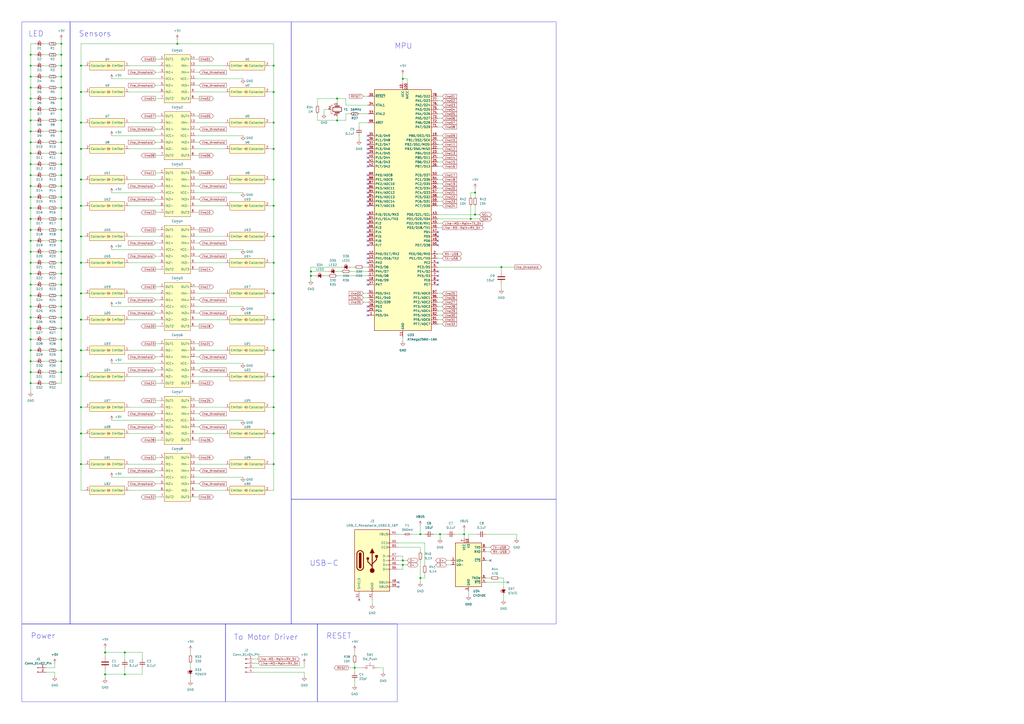
<source format=kicad_sch>
(kicad_sch (version 20231120) (generator "eeschema") (generator_version "8.0")
  (paper "A2")
  (lib_symbols
    (symbol "@2024-Line:ATmega2560-16A"
      (property "Reference" "U" (at 0 1.27 0))
      (property "Value" "ATmega2560-16A" (at 0 -1.27 0))
      (symbol "ATmega2560-16A_1_1"
        (pin bidirectional line (at -20.32 -60.96 0) (length 3.81) (name "PG5/D4") (number "1"))
        (pin power_in line (at 0 73.66 270) (length 3.81) (name "VCC") (number "10"))
        (pin power_in line (at 2.54 73.66 270) (length 3.81) (name "AVCC") (number "100"))
        (pin power_in line (at 0 -73.66 90) (length 3.81) (name "GND") (number "11"))
        (pin bidirectional line (at -20.32 -25.4 0) (length 3.81) (name "PH0/D17/RX2") (number "12"))
        (pin bidirectional line (at -20.32 -27.94 0) (length 3.81) (name "PH1/D16/TX2") (number "13"))
        (pin bidirectional line (at -20.32 -30.48 0) (length 3.81) (name "PH2") (number "14"))
        (pin bidirectional line (at -20.32 -33.02 0) (length 3.81) (name "PH3/D6") (number "15"))
        (pin bidirectional line (at -20.32 -35.56 0) (length 3.81) (name "PH4/D7") (number "16"))
        (pin bidirectional line (at -20.32 -38.1 0) (length 3.81) (name "PH5/D8") (number "17"))
        (pin bidirectional line (at -20.32 -40.64 0) (length 3.81) (name "PH6/D9") (number "18"))
        (pin bidirectional line (at 20.32 43.18 180) (length 3.81) (name "PB0/D53/SS") (number "19"))
        (pin bidirectional line (at 20.32 -25.4 180) (length 3.81) (name "PE0/D0/RX0") (number "2"))
        (pin bidirectional line (at 20.32 40.64 180) (length 3.81) (name "PB1/D52/SCK") (number "20"))
        (pin bidirectional line (at 20.32 38.1 180) (length 3.81) (name "PB2/D51/MOSI") (number "21"))
        (pin bidirectional line (at 20.32 35.56 180) (length 3.81) (name "PB3/D50/MISO") (number "22"))
        (pin bidirectional line (at 20.32 33.02 180) (length 3.81) (name "PB4/D10") (number "23"))
        (pin bidirectional line (at 20.32 30.48 180) (length 3.81) (name "PB5/D11") (number "24"))
        (pin bidirectional line (at 20.32 27.94 180) (length 3.81) (name "PB6/D12") (number "25"))
        (pin bidirectional line (at 20.32 25.4 180) (length 3.81) (name "PB7/D13") (number "26"))
        (pin bidirectional line (at -20.32 -43.18 0) (length 3.81) (name "PH7") (number "27"))
        (pin bidirectional line (at -20.32 -55.88 0) (length 3.81) (name "PG3") (number "28"))
        (pin bidirectional line (at -20.32 -58.42 0) (length 3.81) (name "PG4") (number "29"))
        (pin bidirectional line (at 20.32 -27.94 180) (length 3.81) (name "PE1/D1/TX0") (number "3"))
        (pin input line (at -20.32 66.04 0) (length 3.81) (name "~{RESET}") (number "30"))
        (pin passive line (at 0 73.66 270) (length 3.81) hide (name "VCC") (number "31"))
        (pin passive line (at 0 -73.66 90) (length 3.81) hide (name "GND") (number "32"))
        (pin output line (at -20.32 55.88 0) (length 3.81) (name "XTAL2") (number "33"))
        (pin input line (at -20.32 60.96 0) (length 3.81) (name "XTAL1") (number "34"))
        (pin bidirectional line (at -20.32 43.18 0) (length 3.81) (name "PL0/D49") (number "35"))
        (pin bidirectional line (at -20.32 40.64 0) (length 3.81) (name "PL1/D48") (number "36"))
        (pin bidirectional line (at -20.32 38.1 0) (length 3.81) (name "PL2/D47") (number "37"))
        (pin bidirectional line (at -20.32 35.56 0) (length 3.81) (name "PL3/D46") (number "38"))
        (pin bidirectional line (at -20.32 33.02 0) (length 3.81) (name "PL4/D45") (number "39"))
        (pin bidirectional line (at 20.32 -30.48 180) (length 3.81) (name "PE2") (number "4"))
        (pin bidirectional line (at -20.32 30.48 0) (length 3.81) (name "PL5/D44") (number "40"))
        (pin bidirectional line (at -20.32 27.94 0) (length 3.81) (name "PL6/D43") (number "41"))
        (pin bidirectional line (at -20.32 25.4 0) (length 3.81) (name "PL7/D42") (number "42"))
        (pin bidirectional line (at 20.32 -2.54 180) (length 3.81) (name "PD0/D21/SCL") (number "43"))
        (pin bidirectional line (at 20.32 -5.08 180) (length 3.81) (name "PD1/D20/SDA") (number "44"))
        (pin bidirectional line (at 20.32 -7.62 180) (length 3.81) (name "PD2/D19/RX1") (number "45"))
        (pin bidirectional line (at 20.32 -10.16 180) (length 3.81) (name "PD3/D18/TX1") (number "46"))
        (pin bidirectional line (at 20.32 -12.7 180) (length 3.81) (name "PD4") (number "47"))
        (pin bidirectional line (at 20.32 -15.24 180) (length 3.81) (name "PD5") (number "48"))
        (pin bidirectional line (at 20.32 -17.78 180) (length 3.81) (name "PD6") (number "49"))
        (pin bidirectional line (at 20.32 -33.02 180) (length 3.81) (name "PE3/D5") (number "5"))
        (pin bidirectional line (at 20.32 -20.32 180) (length 3.81) (name "PD7/D38") (number "50"))
        (pin bidirectional line (at -20.32 -48.26 0) (length 3.81) (name "PG0/D41") (number "51"))
        (pin bidirectional line (at -20.32 -50.8 0) (length 3.81) (name "PG1/D40") (number "52"))
        (pin bidirectional line (at 20.32 20.32 180) (length 3.81) (name "PC0/D37") (number "53"))
        (pin bidirectional line (at 20.32 17.78 180) (length 3.81) (name "PC1/D36") (number "54"))
        (pin bidirectional line (at 20.32 15.24 180) (length 3.81) (name "PC2/D35") (number "55"))
        (pin bidirectional line (at 20.32 12.7 180) (length 3.81) (name "PC3/D34") (number "56"))
        (pin bidirectional line (at 20.32 10.16 180) (length 3.81) (name "PC4/D33") (number "57"))
        (pin bidirectional line (at 20.32 7.62 180) (length 3.81) (name "PC5/D32") (number "58"))
        (pin bidirectional line (at 20.32 5.08 180) (length 3.81) (name "PC6/D31") (number "59"))
        (pin bidirectional line (at 20.32 -35.56 180) (length 3.81) (name "PE4/D2") (number "6"))
        (pin bidirectional line (at 20.32 2.54 180) (length 3.81) (name "PC7/D30") (number "60"))
        (pin passive line (at 0 73.66 270) (length 3.81) hide (name "VCC") (number "61"))
        (pin passive line (at 0 -73.66 90) (length 3.81) hide (name "GND") (number "62"))
        (pin bidirectional line (at -20.32 -2.54 0) (length 3.81) (name "PJ0/D15/RX3") (number "63"))
        (pin bidirectional line (at -20.32 -5.08 0) (length 3.81) (name "PJ1/D14/TX3") (number "64"))
        (pin bidirectional line (at -20.32 -7.62 0) (length 3.81) (name "PJ2") (number "65"))
        (pin bidirectional line (at -20.32 -10.16 0) (length 3.81) (name "PJ3") (number "66"))
        (pin bidirectional line (at -20.32 -12.7 0) (length 3.81) (name "PJ4") (number "67"))
        (pin bidirectional line (at -20.32 -15.24 0) (length 3.81) (name "PJ5") (number "68"))
        (pin bidirectional line (at -20.32 -17.78 0) (length 3.81) (name "PJ6") (number "69"))
        (pin bidirectional line (at 20.32 -38.1 180) (length 3.81) (name "PE5/D3") (number "7"))
        (pin bidirectional line (at -20.32 -53.34 0) (length 3.81) (name "PG2/D39") (number "70"))
        (pin bidirectional line (at 20.32 48.26 180) (length 3.81) (name "PA7/D29") (number "71"))
        (pin bidirectional line (at 20.32 50.8 180) (length 3.81) (name "PA6/D28") (number "72"))
        (pin bidirectional line (at 20.32 53.34 180) (length 3.81) (name "PA5/D27") (number "73"))
        (pin bidirectional line (at 20.32 55.88 180) (length 3.81) (name "PA4/D26") (number "74"))
        (pin bidirectional line (at 20.32 58.42 180) (length 3.81) (name "PA3/D25") (number "75"))
        (pin bidirectional line (at 20.32 60.96 180) (length 3.81) (name "PA2/D24") (number "76"))
        (pin bidirectional line (at 20.32 63.5 180) (length 3.81) (name "PA1/D23") (number "77"))
        (pin bidirectional line (at 20.32 66.04 180) (length 3.81) (name "PA0/D22") (number "78"))
        (pin bidirectional line (at -20.32 -20.32 0) (length 3.81) (name "PJ7") (number "79"))
        (pin bidirectional line (at 20.32 -40.64 180) (length 3.81) (name "PE6") (number "8"))
        (pin passive line (at 0 73.66 270) (length 3.81) hide (name "VCC") (number "80"))
        (pin passive line (at 0 -73.66 90) (length 3.81) hide (name "GND") (number "81"))
        (pin bidirectional line (at -20.32 2.54 0) (length 3.81) (name "PK7/ADC15") (number "82"))
        (pin bidirectional line (at -20.32 5.08 0) (length 3.81) (name "PK6/ADC14") (number "83"))
        (pin bidirectional line (at -20.32 7.62 0) (length 3.81) (name "PK5/ADC13") (number "84"))
        (pin bidirectional line (at -20.32 10.16 0) (length 3.81) (name "PK4/ADC12") (number "85"))
        (pin bidirectional line (at -20.32 12.7 0) (length 3.81) (name "PK3/ADC11") (number "86"))
        (pin bidirectional line (at -20.32 15.24 0) (length 3.81) (name "PK2/ADC10") (number "87"))
        (pin bidirectional line (at -20.32 17.78 0) (length 3.81) (name "PK1/ADC9") (number "88"))
        (pin bidirectional line (at -20.32 20.32 0) (length 3.81) (name "PK0/ADC8") (number "89"))
        (pin bidirectional line (at 20.32 -43.18 180) (length 3.81) (name "PE7") (number "9"))
        (pin bidirectional line (at 20.32 -66.04 180) (length 3.81) (name "PF7/ADC7") (number "90"))
        (pin bidirectional line (at 20.32 -63.5 180) (length 3.81) (name "PF6/ADC6") (number "91"))
        (pin bidirectional line (at 20.32 -60.96 180) (length 3.81) (name "PF5/ADC5") (number "92"))
        (pin bidirectional line (at 20.32 -58.42 180) (length 3.81) (name "PF4/ADC4") (number "93"))
        (pin bidirectional line (at 20.32 -55.88 180) (length 3.81) (name "PF3/ADC3") (number "94"))
        (pin bidirectional line (at 20.32 -53.34 180) (length 3.81) (name "PF2/ADC2") (number "95"))
        (pin bidirectional line (at 20.32 -50.8 180) (length 3.81) (name "PF1/ADC1") (number "96"))
        (pin bidirectional line (at 20.32 -48.26 180) (length 3.81) (name "PF0/ADC0") (number "97"))
        (pin passive line (at -20.32 50.8 0) (length 3.81) (name "AREF") (number "98"))
        (pin passive line (at 0 -73.66 90) (length 3.81) hide (name "GND") (number "99"))
      )
    )
    (symbol "@2024-Line:LM324DT"
      (property "Reference" "Comp" (at 0 2.54 0))
      (symbol "LM324DT_1_1"
        (pin passive line (at -10.16 -2.54 0) (length 2.54) (name "OUT1") (number "1"))
        (pin passive line (at 10.16 -17.78 180) (length 2.54) (name "IN3+") (number "10"))
        (pin passive line (at 10.16 -13.97 180) (length 2.54) (name "VCC-") (number "11"))
        (pin passive line (at 10.16 -10.16 180) (length 2.54) (name "IN4+") (number "12"))
        (pin passive line (at 10.16 -6.35 180) (length 2.54) (name "IN4-") (number "13"))
        (pin passive line (at 10.16 -2.54 180) (length 2.54) (name "OUT4") (number "14"))
        (pin passive line (at -10.16 -6.35 0) (length 2.54) (name "IN1-") (number "2"))
        (pin passive line (at -10.16 -10.16 0) (length 2.54) (name "IN1+") (number "3"))
        (pin passive line (at -10.16 -13.97 0) (length 2.54) (name "VCC+") (number "4"))
        (pin passive line (at -10.16 -17.78 0) (length 2.54) (name "IN2+") (number "5"))
        (pin passive line (at -10.16 -21.59 0) (length 2.54) (name "IN2-") (number "6"))
        (pin passive line (at -10.16 -25.4 0) (length 2.54) (name "OUT2") (number "7"))
        (pin passive line (at 10.16 -25.4 180) (length 2.54) (name "OUT3") (number "8"))
        (pin passive line (at 10.16 -21.59 180) (length 2.54) (name "IN3-") (number "9"))
      )
    )
    (symbol "@2024-Line:NJL7502L"
      (property "Reference" "U" (at 0 1.27 0))
      (symbol "NJL7502L_1_1"
        (pin passive line (at -12.7 -2.54 0) (length 2.54) (name "Emitter") (number "1"))
        (pin passive line (at 12.7 -2.54 180) (length 2.54) (name "Collector") (number "2"))
      )
    )
    (symbol "Connector:Conn_01x02_Pin" (pin_names (offset 1.016) hide)
      (property "Reference" "J" (at 0 2.54 0))
      (property "Value" "Conn_01x02_Pin" (at 0 -5.08 0))
      (symbol "Conn_01x02_Pin_1_1"
        (pin passive line (at 5.08 0 180) (length 3.81) (name "Pin_1") (number "1"))
        (pin passive line (at 5.08 -2.54 180) (length 3.81) (name "Pin_2") (number "2"))
      )
    )
    (symbol "Connector:Conn_01x04_Pin" (pin_names (offset 1.016) hide)
      (property "Reference" "J" (at 0 5.08 0))
      (property "Value" "Conn_01x04_Pin" (at 0 -7.62 0))
      (symbol "Conn_01x04_Pin_1_1"
        (pin passive line (at 5.08 2.54 180) (length 3.81) (name "Pin_1") (number "1"))
        (pin passive line (at 5.08 0 180) (length 3.81) (name "Pin_2") (number "2"))
        (pin passive line (at 5.08 -2.54 180) (length 3.81) (name "Pin_3") (number "3"))
        (pin passive line (at 5.08 -5.08 180) (length 3.81) (name "Pin_4") (number "4"))
      )
    )
    (symbol "Connector:USB_C_Receptacle_USB2.0_16P" (pin_names (offset 1.016))
      (property "Reference" "J" (at 0 22.225 0))
      (property "Value" "USB_C_Receptacle_USB2.0_16P" (at 0 19.685 0))
      (symbol "USB_C_Receptacle_USB2.0_16P_1_1"
        (pin passive line (at 0 -22.86 90) (length 5.08) (name "GND") (number "A1"))
        (pin passive line (at 0 -22.86 90) (length 5.08) hide (name "GND") (number "A12"))
        (pin passive line (at 15.24 15.24 180) (length 5.08) (name "VBUS") (number "A4"))
        (pin bidirectional line (at 15.24 10.16 180) (length 5.08) (name "CC1") (number "A5"))
        (pin bidirectional line (at 15.24 -2.54 180) (length 5.08) (name "D+") (number "A6"))
        (pin bidirectional line (at 15.24 2.54 180) (length 5.08) (name "D-") (number "A7"))
        (pin bidirectional line (at 15.24 -12.7 180) (length 5.08) (name "SBU1") (number "A8"))
        (pin passive line (at 15.24 15.24 180) (length 5.08) hide (name "VBUS") (number "A9"))
        (pin passive line (at 0 -22.86 90) (length 5.08) hide (name "GND") (number "B1"))
        (pin passive line (at 0 -22.86 90) (length 5.08) hide (name "GND") (number "B12"))
        (pin passive line (at 15.24 15.24 180) (length 5.08) hide (name "VBUS") (number "B4"))
        (pin bidirectional line (at 15.24 7.62 180) (length 5.08) (name "CC2") (number "B5"))
        (pin bidirectional line (at 15.24 -5.08 180) (length 5.08) (name "D+") (number "B6"))
        (pin bidirectional line (at 15.24 0 180) (length 5.08) (name "D-") (number "B7"))
        (pin bidirectional line (at 15.24 -15.24 180) (length 5.08) (name "SBU2") (number "B8"))
        (pin passive line (at 15.24 15.24 180) (length 5.08) hide (name "VBUS") (number "B9"))
        (pin passive line (at -7.62 -22.86 90) (length 5.08) (name "SHIELD") (number "S1"))
      )
    )
    (symbol "Device:C" (pin_numbers hide) (pin_names (offset 0.254))
      (property "Reference" "C" (at 0.635 2.54 0))
      (property "Value" "C" (at 0.635 -2.54 0))
      (symbol "C_1_1"
        (pin passive line (at 0 3.81 270) (length 2.794) (name "~") (number "1"))
        (pin passive line (at 0 -3.81 90) (length 2.794) (name "~") (number "2"))
      )
    )
    (symbol "Device:C_Small" (pin_numbers hide) (pin_names (offset 0.254) hide)
      (property "Reference" "C" (at 0.254 1.778 0))
      (property "Value" "C_Small" (at 0.254 -2.032 0))
      (symbol "C_Small_1_1"
        (pin passive line (at 0 2.54 270) (length 2.032) (name "~") (number "1"))
        (pin passive line (at 0 -2.54 90) (length 2.032) (name "~") (number "2"))
      )
    )
    (symbol "Device:Crystal_GND2" (pin_names (offset 1.016) hide)
      (property "Reference" "Y" (at 0 5.715 0))
      (property "Value" "Crystal_GND2" (at 0 3.81 0))
      (symbol "Crystal_GND2_1_1"
        (pin passive line (at -3.81 0 0) (length 1.27) (name "1") (number "1"))
        (pin passive line (at 0 -5.08 90) (length 1.27) (name "2") (number "2"))
        (pin passive line (at 3.81 0 180) (length 1.27) (name "3") (number "3"))
      )
    )
    (symbol "Device:Fuse_Small" (pin_numbers hide) (pin_names (offset 0.254) hide)
      (property "Reference" "F" (at 0 -1.524 0))
      (property "Value" "Fuse_Small" (at 0 1.524 0))
      (symbol "Fuse_Small_1_1"
        (pin passive line (at -2.54 0 0) (length 1.27) (name "~") (number "1"))
        (pin passive line (at 2.54 0 180) (length 1.27) (name "~") (number "2"))
      )
    )
    (symbol "Device:LED_Small" (pin_numbers hide) (pin_names (offset 0.254) hide)
      (property "Reference" "D" (at -1.27 3.175 0))
      (property "Value" "LED_Small" (at -4.445 -2.54 0))
      (symbol "LED_Small_1_1"
        (pin passive line (at -2.54 0 0) (length 1.778) (name "K") (number "1"))
        (pin passive line (at 2.54 0 180) (length 1.778) (name "A") (number "2"))
      )
    )
    (symbol "Device:LED_Small_Filled" (pin_numbers hide) (pin_names (offset 0.254) hide)
      (property "Reference" "D" (at -1.27 3.175 0))
      (property "Value" "LED_Small_Filled" (at -4.445 -2.54 0))
      (symbol "LED_Small_Filled_1_1"
        (pin passive line (at -2.54 0 0) (length 1.778) (name "K") (number "1"))
        (pin passive line (at 2.54 0 180) (length 1.778) (name "A") (number "2"))
      )
    )
    (symbol "Device:R_Small" (pin_numbers hide) (pin_names (offset 0.254) hide)
      (property "Reference" "R" (at 0.762 0.508 0))
      (property "Value" "R_Small" (at 0.762 -1.016 0))
      (symbol "R_Small_1_1"
        (pin passive line (at 0 2.54 270) (length 0.762) (name "~") (number "1"))
        (pin passive line (at 0 -2.54 90) (length 0.762) (name "~") (number "2"))
      )
    )
    (symbol "Interface_USB:CH340E"
      (property "Reference" "U" (at -5.08 13.97 0))
      (property "Value" "CH340E" (at 1.27 13.97 0))
      (symbol "CH340E_1_1"
        (pin bidirectional line (at -10.16 2.54 0) (length 2.54) (name "UD+") (number "1"))
        (pin power_out line (at 0 15.24 270) (length 2.54) (name "V3") (number "10"))
        (pin bidirectional line (at -10.16 0 0) (length 2.54) (name "UD-") (number "2"))
        (pin power_in line (at 0 -15.24 90) (length 2.54) (name "GND") (number "3"))
        (pin output line (at 10.16 -10.16 180) (length 2.54) (name "~{RTS}") (number "4"))
        (pin input line (at 10.16 2.54 180) (length 2.54) (name "~{CTS}") (number "5"))
        (pin output line (at 10.16 -7.62 180) (length 2.54) (name "TNOW") (number "6"))
        (pin power_in line (at -2.54 15.24 270) (length 2.54) (name "VCC") (number "7"))
        (pin output line (at 10.16 10.16 180) (length 2.54) (name "TXD") (number "8"))
        (pin input line (at 10.16 7.62 180) (length 2.54) (name "RXD") (number "9"))
      )
    )
    (symbol "Switch:SW_Push" (pin_numbers hide) (pin_names (offset 1.016) hide)
      (property "Reference" "SW" (at 1.27 2.54 0))
      (property "Value" "SW_Push" (at 0 -1.524 0))
      (symbol "SW_Push_0_1"
        (pin passive line (at -5.08 0 0) (length 2.54) (name "1") (number "1"))
        (pin passive line (at 5.08 0 180) (length 2.54) (name "2") (number "2"))
      )
    )
    (symbol "power:+5V" (power) (pin_numbers hide) (pin_names (offset 0) hide)
      (property "Value" "+5V" (at 0 3.556 0))
      (symbol "+5V_1_1"
        (pin power_in line (at 0 0 90) (length 0) (name "~") (number "1"))
      )
    )
    (symbol "power:GND" (power) (pin_numbers hide) (pin_names (offset 0) hide)
      (property "Value" "GND" (at 0 -3.81 0))
      (symbol "GND_1_1"
        (pin power_in line (at 0 0 270) (length 0) (name "~") (number "1"))
      )
    )
    (symbol "power:VBUS" (power) (pin_numbers hide) (pin_names (offset 0) hide)
      (property "Value" "VBUS" (at 0 3.556 0))
      (symbol "VBUS_1_1"
        (pin power_in line (at 0 0 90) (length 0) (name "~") (number "1"))
      )
    )
  )
  (junction (at 60.96 378.46))
  (junction (at 17.78 139.7))
  (junction (at 17.78 215.9))
  (junction (at 35.56 44.45))
  (junction (at 17.78 57.15))
  (junction (at 35.56 146.05))
  (junction (at 17.78 146.05))
  (junction (at 158.75 137.16))
  (junction (at 17.78 158.75))
  (junction (at 35.56 69.85))
  (junction (at 17.78 63.5))
  (junction (at 35.56 190.5))
  (junction (at 35.56 152.4))
  (junction (at 35.56 88.9))
  (junction (at 158.75 119.38))
  (junction (at 17.78 133.35))
  (junction (at 46.99 170.18))
  (junction (at 35.56 158.75))
  (junction (at 17.78 69.85))
  (junction (at 255.27 309.88))
  (junction (at 17.78 165.1))
  (junction (at 158.75 53.34))
  (junction (at 275.59 111.76))
  (junction (at 243.84 335.28))
  (junction (at 17.78 101.6))
  (junction (at 275.59 124.46))
  (junction (at 46.99 185.42))
  (junction (at 290.83 154.94))
  (junction (at 158.75 38.1))
  (junction (at 35.56 82.55))
  (junction (at 35.56 50.8))
  (junction (at 158.75 71.12))
  (junction (at 35.56 127))
  (junction (at 17.78 82.55))
  (junction (at 46.99 137.16))
  (junction (at 17.78 152.4))
  (junction (at 195.58 57.15))
  (junction (at 35.56 114.3))
  (junction (at 17.78 31.75))
  (junction (at 35.56 203.2))
  (junction (at 158.75 251.46))
  (junction (at 243.84 309.88))
  (junction (at 46.99 203.2))
  (junction (at 35.56 165.1))
  (junction (at 17.78 177.8))
  (junction (at 46.99 269.24))
  (junction (at 180.34 160.02))
  (junction (at 35.56 57.15))
  (junction (at 17.78 114.3))
  (junction (at 102.87 25.4))
  (junction (at 233.68 45.72))
  (junction (at 17.78 95.25))
  (junction (at 46.99 119.38))
  (junction (at 233.68 325.12))
  (junction (at 35.56 215.9))
  (junction (at 35.56 76.2))
  (junction (at 17.78 171.45))
  (junction (at 35.56 184.15))
  (junction (at 158.75 170.18))
  (junction (at 273.05 127))
  (junction (at 17.78 209.55))
  (junction (at 158.75 185.42))
  (junction (at 158.75 269.24))
  (junction (at 180.34 157.48))
  (junction (at 35.56 95.25))
  (junction (at 17.78 127))
  (junction (at 46.99 104.14))
  (junction (at 17.78 44.45))
  (junction (at 46.99 152.4))
  (junction (at 46.99 53.34))
  (junction (at 35.56 38.1))
  (junction (at 35.56 25.4))
  (junction (at 35.56 196.85))
  (junction (at 46.99 86.36))
  (junction (at 17.78 190.5))
  (junction (at 158.75 152.4))
  (junction (at 46.99 218.44))
  (junction (at 17.78 184.15))
  (junction (at 158.75 218.44))
  (junction (at 46.99 71.12))
  (junction (at 17.78 120.65))
  (junction (at 35.56 63.5))
  (junction (at 35.56 120.65))
  (junction (at 72.39 391.16))
  (junction (at 17.78 196.85))
  (junction (at 72.39 378.46))
  (junction (at 35.56 101.6))
  (junction (at 17.78 76.2))
  (junction (at 35.56 133.35))
  (junction (at 17.78 203.2))
  (junction (at 158.75 203.2))
  (junction (at 269.24 309.88))
  (junction (at 35.56 171.45))
  (junction (at 205.74 387.35))
  (junction (at 158.75 86.36))
  (junction (at 35.56 31.75))
  (junction (at 46.99 236.22))
  (junction (at 17.78 107.95))
  (junction (at 158.75 104.14))
  (junction (at 17.78 50.8))
  (junction (at 46.99 38.1))
  (junction (at 17.78 38.1))
  (junction (at 17.78 88.9))
  (junction (at 35.56 209.55))
  (junction (at 35.56 107.95))
  (junction (at 233.68 327.66))
  (junction (at 195.58 69.85))
  (junction (at 158.75 236.22))
  (junction (at 17.78 222.25))
  (junction (at 35.56 139.7))
  (junction (at 35.56 177.8))
  (junction (at 46.99 251.46))
  (junction (at 60.96 391.16))
  (no_connect (at 213.36 139.7))
  (no_connect (at 213.36 162.56))
  (no_connect (at 284.48 325.12))
  (no_connect (at 213.36 165.1))
  (no_connect (at 213.36 81.28))
  (no_connect (at 213.36 83.82))
  (no_connect (at 254 139.7))
  (no_connect (at 213.36 114.3))
  (no_connect (at 213.36 109.22))
  (no_connect (at 213.36 180.34))
  (no_connect (at 213.36 104.14))
  (no_connect (at 254 134.62))
  (no_connect (at 254 162.56))
  (no_connect (at 213.36 78.74))
  (no_connect (at 254 137.16))
  (no_connect (at 213.36 101.6))
  (no_connect (at 213.36 127))
  (no_connect (at 213.36 129.54))
  (no_connect (at 213.36 142.24))
  (no_connect (at 231.14 337.82))
  (no_connect (at 213.36 132.08))
  (no_connect (at 213.36 86.36))
  (no_connect (at 213.36 111.76))
  (no_connect (at 254 142.24))
  (no_connect (at 213.36 177.8))
  (no_connect (at 213.36 116.84))
  (no_connect (at 213.36 96.52))
  (no_connect (at 254 165.1))
  (no_connect (at 213.36 88.9))
  (no_connect (at 254 157.48))
  (no_connect (at 213.36 93.98))
  (no_connect (at 208.28 347.98))
  (no_connect (at 294.64 337.82))
  (no_connect (at 213.36 91.44))
  (no_connect (at 213.36 106.68))
  (no_connect (at 231.14 340.36))
  (no_connect (at 213.36 147.32))
  (no_connect (at 254 152.4))
  (no_connect (at 254 160.02))
  (no_connect (at 213.36 149.86))
  (no_connect (at 213.36 134.62))
  (no_connect (at 213.36 182.88))
  (no_connect (at 213.36 119.38))
  (no_connect (at 213.36 137.16))
  (no_connect (at 213.36 152.4))
  (no_connect (at 213.36 124.46))
  (wire (pts (xy 156.21 71.12) (xy 158.75 71.12)))
  (wire (pts (xy 20.32 114.3) (xy 17.78 114.3)))
  (wire (pts (xy 158.75 38.1) (xy 158.75 53.34)))
  (wire (pts (xy 180.34 154.94) (xy 198.12 154.94)))
  (wire (pts (xy 33.02 107.95) (xy 35.56 107.95)))
  (wire (pts (xy 46.99 251.46) (xy 49.53 251.46)))
  (wire (pts (xy 64.77 210.82) (xy 92.71 210.82)))
  (wire (pts (xy 17.78 120.65) (xy 17.78 127)))
  (wire (pts (xy 33.02 50.8) (xy 35.56 50.8)))
  (wire (pts (xy 64.77 78.74) (xy 92.71 78.74)))
  (wire (pts (xy 231.14 314.96) (xy 246.38 314.96)))
  (wire (pts (xy 281.94 320.04) (xy 284.48 320.04)))
  (wire (pts (xy 25.4 88.9) (xy 27.94 88.9)))
  (wire (pts (xy 33.02 76.2) (xy 35.56 76.2)))
  (wire (pts (xy 20.32 127) (xy 17.78 127)))
  (wire (pts (xy 90.17 107.95) (xy 92.71 107.95)))
  (wire (pts (xy 33.02 57.15) (xy 35.56 57.15)))
  (wire (pts (xy 17.78 57.15) (xy 17.78 63.5)))
  (wire (pts (xy 187.96 63.5) (xy 187.96 66.04)))
  (wire (pts (xy 254 101.6) (xy 256.54 101.6)))
  (wire (pts (xy 74.93 53.34) (xy 92.71 53.34)))
  (wire (pts (xy 113.03 152.4) (xy 130.81 152.4)))
  (wire (pts (xy 46.99 104.14) (xy 46.99 119.38)))
  (wire (pts (xy 64.77 111.76) (xy 92.71 111.76)))
  (wire (pts (xy 20.32 31.75) (xy 17.78 31.75)))
  (wire (pts (xy 158.75 185.42) (xy 156.21 185.42)))
  (wire (pts (xy 256.54 93.98) (xy 254 93.98)))
  (wire (pts (xy 74.93 119.38) (xy 92.71 119.38)))
  (wire (pts (xy 25.4 120.65) (xy 27.94 120.65)))
  (wire (pts (xy 110.49 387.35) (xy 110.49 384.81)))
  (wire (pts (xy 17.78 101.6) (xy 17.78 107.95)))
  (wire (pts (xy 90.17 265.43) (xy 92.71 265.43)))
  (wire (pts (xy 236.22 45.72) (xy 236.22 48.26)))
  (wire (pts (xy 60.96 391.16) (xy 60.96 393.7)))
  (wire (pts (xy 33.02 215.9) (xy 35.56 215.9)))
  (wire (pts (xy 35.56 120.65) (xy 35.56 127)))
  (wire (pts (xy 20.32 95.25) (xy 17.78 95.25)))
  (wire (pts (xy 255.27 312.42) (xy 255.27 309.88)))
  (wire (pts (xy 82.55 378.46) (xy 82.55 382.27)))
  (wire (pts (xy 20.32 57.15) (xy 17.78 57.15)))
  (wire (pts (xy 254 127) (xy 273.05 127)))
  (wire (pts (xy 46.99 218.44) (xy 46.99 236.22)))
  (wire (pts (xy 256.54 182.88) (xy 254 182.88)))
  (wire (pts (xy 180.34 160.02) (xy 180.34 162.56)))
  (wire (pts (xy 33.02 69.85) (xy 35.56 69.85)))
  (wire (pts (xy 26.67 387.35) (xy 31.75 387.35)))
  (wire (pts (xy 20.32 196.85) (xy 17.78 196.85)))
  (wire (pts (xy 147.32 382.27) (xy 149.86 382.27)))
  (wire (pts (xy 208.28 66.04) (xy 213.36 66.04)))
  (wire (pts (xy 110.49 379.73) (xy 110.49 377.19)))
  (wire (pts (xy 184.15 57.15) (xy 195.58 57.15)))
  (wire (pts (xy 17.78 184.15) (xy 17.78 190.5)))
  (wire (pts (xy 113.03 251.46) (xy 130.81 251.46)))
  (wire (pts (xy 195.58 160.02) (xy 213.36 160.02)))
  (wire (pts (xy 254 154.94) (xy 290.83 154.94)))
  (wire (pts (xy 35.56 190.5) (xy 35.56 196.85)))
  (wire (pts (xy 292.1 345.44) (xy 292.1 347.98)))
  (wire (pts (xy 113.03 185.42) (xy 130.81 185.42)))
  (wire (pts (xy 213.36 60.96) (xy 200.66 60.96)))
  (wire (pts (xy 17.78 177.8) (xy 17.78 184.15)))
  (wire (pts (xy 254 104.14) (xy 256.54 104.14)))
  (wire (pts (xy 72.39 378.46) (xy 82.55 378.46)))
  (wire (pts (xy 256.54 172.72) (xy 254 172.72)))
  (wire (pts (xy 35.56 69.85) (xy 35.56 76.2)))
  (wire (pts (xy 20.32 215.9) (xy 17.78 215.9)))
  (wire (pts (xy 205.74 379.73) (xy 205.74 377.19)))
  (wire (pts (xy 254 124.46) (xy 275.59 124.46)))
  (wire (pts (xy 90.17 82.55) (xy 92.71 82.55)))
  (wire (pts (xy 115.57 156.21) (xy 113.03 156.21)))
  (wire (pts (xy 140.97 111.76) (xy 113.03 111.76)))
  (wire (pts (xy 74.93 71.12) (xy 92.71 71.12)))
  (wire (pts (xy 90.17 207.01) (xy 92.71 207.01)))
  (wire (pts (xy 35.56 127) (xy 35.56 133.35)))
  (wire (pts (xy 17.78 107.95) (xy 17.78 114.3)))
  (wire (pts (xy 231.14 309.88) (xy 233.68 309.88)))
  (wire (pts (xy 205.74 387.35) (xy 209.55 387.35)))
  (wire (pts (xy 256.54 177.8) (xy 254 177.8)))
  (wire (pts (xy 17.78 63.5) (xy 17.78 69.85)))
  (wire (pts (xy 90.17 280.67) (xy 92.71 280.67)))
  (wire (pts (xy 33.02 184.15) (xy 35.56 184.15)))
  (wire (pts (xy 210.82 170.18) (xy 213.36 170.18)))
  (wire (pts (xy 25.4 184.15) (xy 27.94 184.15)))
  (wire (pts (xy 35.56 203.2) (xy 35.56 209.55)))
  (wire (pts (xy 90.17 166.37) (xy 92.71 166.37)))
  (wire (pts (xy 20.32 165.1) (xy 17.78 165.1)))
  (wire (pts (xy 35.56 95.25) (xy 35.56 101.6)))
  (wire (pts (xy 46.99 53.34) (xy 49.53 53.34)))
  (wire (pts (xy 74.93 104.14) (xy 92.71 104.14)))
  (wire (pts (xy 46.99 119.38) (xy 46.99 137.16)))
  (wire (pts (xy 35.56 158.75) (xy 35.56 165.1)))
  (wire (pts (xy 254 66.04) (xy 256.54 66.04)))
  (wire (pts (xy 20.32 146.05) (xy 17.78 146.05)))
  (wire (pts (xy 72.39 387.35) (xy 72.39 391.16)))
  (wire (pts (xy 278.13 127) (xy 273.05 127)))
  (wire (pts (xy 25.4 76.2) (xy 27.94 76.2)))
  (wire (pts (xy 90.17 57.15) (xy 92.71 57.15)))
  (wire (pts (xy 25.4 171.45) (xy 27.94 171.45)))
  (wire (pts (xy 17.78 152.4) (xy 17.78 158.75)))
  (wire (pts (xy 25.4 139.7) (xy 27.94 139.7)))
  (wire (pts (xy 256.54 170.18) (xy 254 170.18)))
  (wire (pts (xy 46.99 137.16) (xy 49.53 137.16)))
  (wire (pts (xy 20.32 107.95) (xy 17.78 107.95)))
  (wire (pts (xy 115.57 189.23) (xy 113.03 189.23)))
  (wire (pts (xy 115.57 133.35) (xy 113.03 133.35)))
  (wire (pts (xy 20.32 69.85) (xy 17.78 69.85)))
  (wire (pts (xy 115.57 115.57) (xy 113.03 115.57)))
  (wire (pts (xy 25.4 44.45) (xy 27.94 44.45)))
  (wire (pts (xy 298.45 154.94) (xy 290.83 154.94)))
  (wire (pts (xy 184.15 66.04) (xy 184.15 69.85)))
  (wire (pts (xy 156.21 170.18) (xy 158.75 170.18)))
  (wire (pts (xy 74.93 236.22) (xy 92.71 236.22)))
  (wire (pts (xy 17.78 31.75) (xy 17.78 38.1)))
  (wire (pts (xy 205.74 387.35) (xy 205.74 384.81)))
  (wire (pts (xy 33.02 209.55) (xy 35.56 209.55)))
  (wire (pts (xy 113.03 137.16) (xy 130.81 137.16)))
  (wire (pts (xy 158.75 86.36) (xy 158.75 104.14)))
  (wire (pts (xy 46.99 104.14) (xy 49.53 104.14)))
  (wire (pts (xy 180.34 160.02) (xy 182.88 160.02)))
  (wire (pts (xy 33.02 101.6) (xy 35.56 101.6)))
  (wire (pts (xy 275.59 124.46) (xy 278.13 124.46)))
  (wire (pts (xy 195.58 57.15) (xy 195.58 59.69)))
  (wire (pts (xy 17.78 114.3) (xy 17.78 120.65)))
  (wire (pts (xy 17.78 165.1) (xy 17.78 171.45)))
  (wire (pts (xy 243.84 317.5) (xy 243.84 320.04)))
  (wire (pts (xy 74.93 185.42) (xy 92.71 185.42)))
  (wire (pts (xy 25.4 107.95) (xy 27.94 107.95)))
  (wire (pts (xy 90.17 232.41) (xy 92.71 232.41)))
  (wire (pts (xy 156.21 203.2) (xy 158.75 203.2)))
  (wire (pts (xy 33.02 114.3) (xy 35.56 114.3)))
  (wire (pts (xy 281.94 317.5) (xy 284.48 317.5)))
  (wire (pts (xy 20.32 184.15) (xy 17.78 184.15)))
  (wire (pts (xy 17.78 44.45) (xy 17.78 50.8)))
  (wire (pts (xy 17.78 215.9) (xy 17.78 222.25)))
  (wire (pts (xy 90.17 67.31) (xy 92.71 67.31)))
  (wire (pts (xy 35.56 63.5) (xy 35.56 69.85)))
  (wire (pts (xy 20.32 63.5) (xy 17.78 63.5)))
  (wire (pts (xy 25.4 190.5) (xy 27.94 190.5)))
  (wire (pts (xy 158.75 218.44) (xy 158.75 236.22)))
  (wire (pts (xy 90.17 199.39) (xy 92.71 199.39)))
  (wire (pts (xy 33.02 158.75) (xy 35.56 158.75)))
  (wire (pts (xy 233.68 327.66) (xy 236.22 327.66)))
  (wire (pts (xy 290.83 165.1) (xy 290.83 167.64)))
  (wire (pts (xy 17.78 139.7) (xy 17.78 146.05)))
  (wire (pts (xy 74.93 284.48) (xy 92.71 284.48)))
  (wire (pts (xy 256.54 180.34) (xy 254 180.34)))
  (wire (pts (xy 90.17 247.65) (xy 92.71 247.65)))
  (wire (pts (xy 254 132.08) (xy 256.54 132.08)))
  (wire (pts (xy 273.05 119.38) (xy 273.05 127)))
  (wire (pts (xy 254 149.86) (xy 256.54 149.86)))
  (wire (pts (xy 115.57 82.55) (xy 113.03 82.55)))
  (wire (pts (xy 90.17 140.97) (xy 92.71 140.97)))
  (wire (pts (xy 74.93 152.4) (xy 92.71 152.4)))
  (wire (pts (xy 46.99 284.48) (xy 49.53 284.48)))
  (wire (pts (xy 17.78 82.55) (xy 17.78 88.9)))
  (wire (pts (xy 74.93 269.24) (xy 92.71 269.24)))
  (wire (pts (xy 259.08 327.66) (xy 261.62 327.66)))
  (wire (pts (xy 156.21 269.24) (xy 158.75 269.24)))
  (wire (pts (xy 205.74 394.97) (xy 205.74 397.51)))
  (wire (pts (xy 238.76 309.88) (xy 243.84 309.88)))
  (wire (pts (xy 82.55 387.35) (xy 82.55 391.16)))
  (wire (pts (xy 256.54 187.96) (xy 254 187.96)))
  (wire (pts (xy 271.78 342.9) (xy 271.78 345.44)))
  (wire (pts (xy 187.96 63.5) (xy 190.5 63.5)))
  (wire (pts (xy 156.21 137.16) (xy 158.75 137.16)))
  (wire (pts (xy 140.97 210.82) (xy 113.03 210.82)))
  (wire (pts (xy 113.03 71.12) (xy 130.81 71.12)))
  (wire (pts (xy 115.57 273.05) (xy 113.03 273.05)))
  (wire (pts (xy 90.17 133.35) (xy 92.71 133.35)))
  (wire (pts (xy 46.99 236.22) (xy 46.99 251.46)))
  (wire (pts (xy 269.24 307.34) (xy 269.24 309.88)))
  (wire (pts (xy 74.93 251.46) (xy 92.71 251.46)))
  (wire (pts (xy 35.56 38.1) (xy 35.56 44.45)))
  (wire (pts (xy 20.32 25.4) (xy 17.78 25.4)))
  (wire (pts (xy 33.02 120.65) (xy 35.56 120.65)))
  (wire (pts (xy 33.02 25.4) (xy 35.56 25.4)))
  (wire (pts (xy 281.94 325.12) (xy 284.48 325.12)))
  (wire (pts (xy 147.32 384.81) (xy 149.86 384.81)))
  (wire (pts (xy 115.57 90.17) (xy 113.03 90.17)))
  (wire (pts (xy 74.93 38.1) (xy 92.71 38.1)))
  (wire (pts (xy 251.46 309.88) (xy 255.27 309.88)))
  (wire (pts (xy 113.03 119.38) (xy 130.81 119.38)))
  (wire (pts (xy 115.57 173.99) (xy 113.03 173.99)))
  (wire (pts (xy 74.93 218.44) (xy 92.71 218.44)))
  (wire (pts (xy 90.17 74.93) (xy 92.71 74.93)))
  (wire (pts (xy 289.56 335.28) (xy 292.1 335.28)))
  (wire (pts (xy 17.78 209.55) (xy 17.78 215.9)))
  (wire (pts (xy 46.99 203.2) (xy 49.53 203.2)))
  (wire (pts (xy 115.57 49.53) (xy 113.03 49.53)))
  (wire (pts (xy 33.02 146.05) (xy 35.56 146.05)))
  (wire (pts (xy 158.75 53.34) (xy 156.21 53.34)))
  (wire (pts (xy 115.57 34.29) (xy 113.03 34.29)))
  (wire (pts (xy 264.16 309.88) (xy 269.24 309.88)))
  (wire (pts (xy 115.57 232.41) (xy 113.03 232.41)))
  (wire (pts (xy 64.77 144.78) (xy 92.71 144.78)))
  (wire (pts (xy 200.66 69.85) (xy 200.66 66.04)))
  (wire (pts (xy 20.32 50.8) (xy 17.78 50.8)))
  (wire (pts (xy 74.93 170.18) (xy 92.71 170.18)))
  (wire (pts (xy 33.02 203.2) (xy 35.56 203.2)))
  (wire (pts (xy 35.56 139.7) (xy 35.56 146.05)))
  (wire (pts (xy 17.78 95.25) (xy 17.78 101.6)))
  (wire (pts (xy 25.4 222.25) (xy 27.94 222.25)))
  (wire (pts (xy 195.58 69.85) (xy 200.66 69.85)))
  (wire (pts (xy 25.4 101.6) (xy 27.94 101.6)))
  (wire (pts (xy 20.32 44.45) (xy 17.78 44.45)))
  (wire (pts (xy 200.66 66.04) (xy 203.2 66.04)))
  (wire (pts (xy 233.68 322.58) (xy 233.68 325.12)))
  (wire (pts (xy 233.68 43.18) (xy 233.68 45.72)))
  (wire (pts (xy 17.78 222.25) (xy 17.78 227.33)))
  (wire (pts (xy 33.02 133.35) (xy 35.56 133.35)))
  (wire (pts (xy 115.57 265.43) (xy 113.03 265.43)))
  (wire (pts (xy 25.4 82.55) (xy 27.94 82.55)))
  (wire (pts (xy 25.4 38.1) (xy 27.94 38.1)))
  (wire (pts (xy 46.99 185.42) (xy 46.99 203.2)))
  (wire (pts (xy 90.17 214.63) (xy 92.71 214.63)))
  (wire (pts (xy 35.56 215.9) (xy 35.56 222.25)))
  (wire (pts (xy 90.17 123.19) (xy 92.71 123.19)))
  (wire (pts (xy 113.03 53.34) (xy 130.81 53.34)))
  (wire (pts (xy 46.99 185.42) (xy 49.53 185.42)))
  (wire (pts (xy 233.68 45.72) (xy 236.22 45.72)))
  (wire (pts (xy 184.15 60.96) (xy 184.15 57.15)))
  (wire (pts (xy 256.54 86.36) (xy 254 86.36)))
  (wire (pts (xy 180.34 157.48) (xy 190.5 157.48)))
  (wire (pts (xy 113.03 236.22) (xy 130.81 236.22)))
  (wire (pts (xy 246.38 335.28) (xy 243.84 335.28)))
  (wire (pts (xy 158.75 152.4) (xy 156.21 152.4)))
  (wire (pts (xy 33.02 31.75) (xy 35.56 31.75)))
  (wire (pts (xy 158.75 203.2) (xy 158.75 218.44)))
  (wire (pts (xy 17.78 146.05) (xy 17.78 152.4)))
  (wire (pts (xy 17.78 25.4) (xy 17.78 31.75)))
  (wire (pts (xy 60.96 391.16) (xy 72.39 391.16)))
  (wire (pts (xy 60.96 388.62) (xy 60.96 391.16)))
  (wire (pts (xy 35.56 184.15) (xy 35.56 190.5)))
  (wire (pts (xy 254 111.76) (xy 256.54 111.76)))
  (wire (pts (xy 46.99 269.24) (xy 49.53 269.24)))
  (wire (pts (xy 20.32 101.6) (xy 17.78 101.6)))
  (wire (pts (xy 35.56 25.4) (xy 35.56 31.75)))
  (wire (pts (xy 35.56 196.85) (xy 35.56 203.2)))
  (wire (pts (xy 35.56 107.95) (xy 35.56 114.3)))
  (wire (pts (xy 113.03 170.18) (xy 130.81 170.18)))
  (wire (pts (xy 35.56 31.75) (xy 35.56 38.1)))
  (wire (pts (xy 20.32 88.9) (xy 17.78 88.9)))
  (wire (pts (xy 158.75 104.14) (xy 158.75 119.38)))
  (wire (pts (xy 90.17 49.53) (xy 92.71 49.53)))
  (wire (pts (xy 90.17 34.29) (xy 92.71 34.29)))
  (wire (pts (xy 60.96 378.46) (xy 72.39 378.46)))
  (wire (pts (xy 200.66 57.15) (xy 200.66 60.96)))
  (wire (pts (xy 64.77 45.72) (xy 92.71 45.72)))
  (wire (pts (xy 243.84 335.28) (xy 243.84 337.82)))
  (wire (pts (xy 25.4 25.4) (xy 27.94 25.4)))
  (wire (pts (xy 254 147.32) (xy 256.54 147.32)))
  (wire (pts (xy 25.4 127) (xy 27.94 127)))
  (wire (pts (xy 35.56 152.4) (xy 35.56 158.75)))
  (wire (pts (xy 20.32 190.5) (xy 17.78 190.5)))
  (wire (pts (xy 33.02 63.5) (xy 35.56 63.5)))
  (wire (pts (xy 115.57 240.03) (xy 113.03 240.03)))
  (wire (pts (xy 158.75 119.38) (xy 156.21 119.38)))
  (wire (pts (xy 20.32 203.2) (xy 17.78 203.2)))
  (wire (pts (xy 33.02 165.1) (xy 35.56 165.1)))
  (wire (pts (xy 25.4 196.85) (xy 27.94 196.85)))
  (wire (pts (xy 25.4 209.55) (xy 27.94 209.55)))
  (wire (pts (xy 156.21 104.14) (xy 158.75 104.14)))
  (wire (pts (xy 17.78 76.2) (xy 17.78 82.55)))
  (wire (pts (xy 20.32 38.1) (xy 17.78 38.1)))
  (wire (pts (xy 208.28 78.74) (xy 208.28 81.28)))
  (wire (pts (xy 90.17 273.05) (xy 92.71 273.05)))
  (wire (pts (xy 195.58 157.48) (xy 198.12 157.48)))
  (wire (pts (xy 25.4 57.15) (xy 27.94 57.15)))
  (wire (pts (xy 231.14 317.5) (xy 243.84 317.5)))
  (wire (pts (xy 90.17 255.27) (xy 92.71 255.27)))
  (wire (pts (xy 184.15 69.85) (xy 195.58 69.85)))
  (wire (pts (xy 33.02 190.5) (xy 35.56 190.5)))
  (wire (pts (xy 20.32 171.45) (xy 17.78 171.45)))
  (wire (pts (xy 90.17 41.91) (xy 92.71 41.91)))
  (wire (pts (xy 33.02 152.4) (xy 35.56 152.4)))
  (wire (pts (xy 25.4 158.75) (xy 27.94 158.75)))
  (wire (pts (xy 140.97 243.84) (xy 113.03 243.84)))
  (wire (pts (xy 140.97 144.78) (xy 113.03 144.78)))
  (wire (pts (xy 256.54 78.74) (xy 254 78.74)))
  (wire (pts (xy 256.54 83.82) (xy 254 83.82)))
  (wire (pts (xy 17.78 190.5) (xy 17.78 196.85)))
  (wire (pts (xy 254 73.66) (xy 256.54 73.66)))
  (wire (pts (xy 246.38 314.96) (xy 246.38 327.66)))
  (wire (pts (xy 256.54 96.52) (xy 254 96.52)))
  (wire (pts (xy 25.4 69.85) (xy 27.94 69.85)))
  (wire (pts (xy 33.02 171.45) (xy 35.56 171.45)))
  (wire (pts (xy 254 119.38) (xy 256.54 119.38)))
  (wire (pts (xy 31.75 389.89) (xy 31.75 392.43)))
  (wire (pts (xy 33.02 222.25) (xy 35.56 222.25)))
  (wire (pts (xy 35.56 76.2) (xy 35.56 82.55)))
  (wire (pts (xy 46.99 25.4) (xy 102.87 25.4)))
  (wire (pts (xy 33.02 196.85) (xy 35.56 196.85)))
  (wire (pts (xy 246.38 332.74) (xy 246.38 335.28)))
  (wire (pts (xy 46.99 71.12) (xy 49.53 71.12)))
  (wire (pts (xy 33.02 38.1) (xy 35.56 38.1)))
  (wire (pts (xy 46.99 269.24) (xy 46.99 284.48)))
  (wire (pts (xy 25.4 31.75) (xy 27.94 31.75)))
  (wire (pts (xy 35.56 165.1) (xy 35.56 171.45)))
  (wire (pts (xy 254 58.42) (xy 256.54 58.42)))
  (wire (pts (xy 115.57 41.91) (xy 113.03 41.91)))
  (wire (pts (xy 195.58 57.15) (xy 200.66 57.15)))
  (wire (pts (xy 273.05 111.76) (xy 275.59 111.76)))
  (wire (pts (xy 140.97 45.72) (xy 113.03 45.72)))
  (wire (pts (xy 46.99 251.46) (xy 46.99 269.24)))
  (wire (pts (xy 115.57 57.15) (xy 113.03 57.15)))
  (wire (pts (xy 25.4 114.3) (xy 27.94 114.3)))
  (wire (pts (xy 292.1 335.28) (xy 292.1 340.36)))
  (wire (pts (xy 46.99 119.38) (xy 49.53 119.38)))
  (wire (pts (xy 46.99 152.4) (xy 49.53 152.4)))
  (wire (pts (xy 17.78 196.85) (xy 17.78 203.2)))
  (wire (pts (xy 90.17 288.29) (xy 92.71 288.29)))
  (wire (pts (xy 275.59 109.22) (xy 275.59 111.76)))
  (wire (pts (xy 74.93 203.2) (xy 92.71 203.2)))
  (wire (pts (xy 33.02 127) (xy 35.56 127)))
  (wire (pts (xy 33.02 82.55) (xy 35.56 82.55)))
  (wire (pts (xy 203.2 154.94) (xy 205.74 154.94)))
  (wire (pts (xy 33.02 44.45) (xy 35.56 44.45)))
  (wire (pts (xy 256.54 185.42) (xy 254 185.42)))
  (wire (pts (xy 158.75 185.42) (xy 158.75 203.2)))
  (wire (pts (xy 254 68.58) (xy 256.54 68.58)))
  (wire (pts (xy 271.78 309.88) (xy 271.78 312.42)))
  (wire (pts (xy 46.99 236.22) (xy 49.53 236.22)))
  (wire (pts (xy 231.14 325.12) (xy 233.68 325.12)))
  (wire (pts (xy 90.17 100.33) (xy 92.71 100.33)))
  (wire (pts (xy 90.17 240.03) (xy 92.71 240.03)))
  (wire (pts (xy 115.57 67.31) (xy 113.03 67.31)))
  (wire (pts (xy 254 60.96) (xy 256.54 60.96)))
  (wire (pts (xy 46.99 25.4) (xy 46.99 38.1)))
  (wire (pts (xy 210.82 55.88) (xy 213.36 55.88)))
  (wire (pts (xy 255.27 309.88) (xy 259.08 309.88)))
  (wire (pts (xy 195.58 67.31) (xy 195.58 69.85)))
  (wire (pts (xy 35.56 57.15) (xy 35.56 63.5)))
  (wire (pts (xy 158.75 251.46) (xy 156.21 251.46)))
  (wire (pts (xy 46.99 53.34) (xy 46.99 71.12)))
  (wire (pts (xy 176.53 384.81) (xy 176.53 387.35)))
  (wire (pts (xy 254 114.3) (xy 256.54 114.3)))
  (wire (pts (xy 115.57 222.25) (xy 113.03 222.25)))
  (wire (pts (xy 20.32 152.4) (xy 17.78 152.4)))
  (wire (pts (xy 281.94 337.82) (xy 294.64 337.82)))
  (wire (pts (xy 35.56 50.8) (xy 35.56 57.15)))
  (wire (pts (xy 140.97 78.74) (xy 113.03 78.74)))
  (wire (pts (xy 64.77 276.86) (xy 92.71 276.86)))
  (wire (pts (xy 90.17 173.99) (xy 92.71 173.99)))
  (wire (pts (xy 243.84 304.8) (xy 243.84 309.88)))
  (wire (pts (xy 60.96 378.46) (xy 60.96 375.92)))
  (wire (pts (xy 158.75 170.18) (xy 158.75 185.42)))
  (wire (pts (xy 158.75 284.48) (xy 156.21 284.48)))
  (wire (pts (xy 158.75 25.4) (xy 158.75 38.1)))
  (wire (pts (xy 33.02 139.7) (xy 35.56 139.7)))
  (wire (pts (xy 281.94 335.28) (xy 284.48 335.28)))
  (wire (pts (xy 72.39 378.46) (xy 72.39 382.27)))
  (wire (pts (xy 233.68 195.58) (xy 233.68 198.12)))
  (wire (pts (xy 115.57 100.33) (xy 113.03 100.33)))
  (wire (pts (xy 246.38 309.88) (xy 243.84 309.88)))
  (wire (pts (xy 90.17 156.21) (xy 92.71 156.21)))
  (wire (pts (xy 46.99 71.12) (xy 46.99 86.36)))
  (wire (pts (xy 254 106.68) (xy 256.54 106.68)))
  (wire (pts (xy 25.4 203.2) (xy 27.94 203.2)))
  (wire (pts (xy 269.24 309.88) (xy 269.24 312.42)))
  (wire (pts (xy 113.03 177.8) (xy 140.97 177.8)))
  (wire (pts (xy 115.57 214.63) (xy 113.03 214.63)))
  (wire (pts (xy 17.78 158.75) (xy 17.78 165.1)))
  (wire (pts (xy 20.32 133.35) (xy 17.78 133.35)))
  (wire (pts (xy 46.99 170.18) (xy 49.53 170.18)))
  (wire (pts (xy 115.57 199.39) (xy 113.03 199.39)))
  (wire (pts (xy 180.34 157.48) (xy 180.34 160.02)))
  (wire (pts (xy 46.99 203.2) (xy 46.99 218.44)))
  (wire (pts (xy 17.78 38.1) (xy 17.78 44.45)))
  (wire (pts (xy 254 129.54) (xy 256.54 129.54)))
  (wire (pts (xy 254 63.5) (xy 256.54 63.5)))
  (wire (pts (xy 231.14 327.66) (xy 233.68 327.66)))
  (wire (pts (xy 113.03 38.1) (xy 130.81 38.1)))
  (wire (pts (xy 275.59 111.76) (xy 275.59 114.3)))
  (wire (pts (xy 271.78 309.88) (xy 276.86 309.88)))
  (wire (pts (xy 46.99 170.18) (xy 46.99 185.42)))
  (wire (pts (xy 210.82 172.72) (xy 213.36 172.72)))
  (wire (pts (xy 25.4 146.05) (xy 27.94 146.05)))
  (wire (pts (xy 46.99 137.16) (xy 46.99 152.4)))
  (wire (pts (xy 35.56 82.55) (xy 35.56 88.9)))
  (wire (pts (xy 20.32 158.75) (xy 17.78 158.75)))
  (wire (pts (xy 46.99 38.1) (xy 46.99 53.34)))
  (wire (pts (xy 20.32 82.55) (xy 17.78 82.55)))
  (wire (pts (xy 299.72 312.42) (xy 299.72 309.88)))
  (wire (pts (xy 208.28 71.12) (xy 213.36 71.12)))
  (wire (pts (xy 31.75 384.81) (xy 31.75 387.35)))
  (wire (pts (xy 17.78 50.8) (xy 17.78 57.15)))
  (wire (pts (xy 219.71 387.35) (xy 222.25 387.35)))
  (wire (pts (xy 281.94 309.88) (xy 299.72 309.88)))
  (wire (pts (xy 90.17 115.57) (xy 92.71 115.57)))
  (wire (pts (xy 156.21 236.22) (xy 158.75 236.22)))
  (wire (pts (xy 147.32 389.89) (xy 176.53 389.89)))
  (wire (pts (xy 259.08 325.12) (xy 261.62 325.12)))
  (wire (pts (xy 64.77 177.8) (xy 92.71 177.8)))
  (wire (pts (xy 158.75 119.38) (xy 158.75 137.16)))
  (wire (pts (xy 20.32 209.55) (xy 17.78 209.55)))
  (wire (pts (xy 158.75 86.36) (xy 156.21 86.36)))
  (wire (pts (xy 158.75 152.4) (xy 158.75 170.18)))
  (wire (pts (xy 35.56 146.05) (xy 35.56 152.4)))
  (wire (pts (xy 20.32 222.25) (xy 17.78 222.25)))
  (wire (pts (xy 256.54 88.9) (xy 254 88.9)))
  (wire (pts (xy 35.56 171.45) (xy 35.56 177.8)))
  (wire (pts (xy 275.59 119.38) (xy 275.59 124.46)))
  (wire (pts (xy 60.96 381) (xy 60.96 378.46)))
  (wire (pts (xy 290.83 154.94) (xy 290.83 157.48)))
  (wire (pts (xy 254 109.22) (xy 256.54 109.22)))
  (wire (pts (xy 20.32 139.7) (xy 17.78 139.7)))
  (wire (pts (xy 113.03 218.44) (xy 130.81 218.44)))
  (wire (pts (xy 35.56 22.86) (xy 35.56 25.4)))
  (wire (pts (xy 35.56 177.8) (xy 35.56 184.15)))
  (wire (pts (xy 147.32 387.35) (xy 176.53 387.35)))
  (wire (pts (xy 35.56 44.45) (xy 35.56 50.8)))
  (wire (pts (xy 46.99 152.4) (xy 46.99 170.18)))
  (wire (pts (xy 115.57 207.01) (xy 113.03 207.01)))
  (wire (pts (xy 113.03 203.2) (xy 130.81 203.2)))
  (wire (pts (xy 158.75 137.16) (xy 158.75 152.4)))
  (wire (pts (xy 208.28 71.12) (xy 208.28 73.66)))
  (wire (pts (xy 90.17 90.17) (xy 92.71 90.17)))
  (wire (pts (xy 115.57 148.59) (xy 113.03 148.59)))
  (wire (pts (xy 203.2 157.48) (xy 213.36 157.48)))
  (wire (pts (xy 17.78 133.35) (xy 17.78 139.7)))
  (wire (pts (xy 20.32 120.65) (xy 17.78 120.65)))
  (wire (pts (xy 74.93 137.16) (xy 92.71 137.16)))
  (wire (pts (xy 25.4 215.9) (xy 27.94 215.9)))
  (wire (pts (xy 115.57 255.27) (xy 113.03 255.27)))
  (wire (pts (xy 256.54 81.28) (xy 254 81.28)))
  (wire (pts (xy 17.78 88.9) (xy 17.78 95.25)))
  (wire (pts (xy 158.75 38.1) (xy 156.21 38.1)))
  (wire (pts (xy 25.4 95.25) (xy 27.94 95.25)))
  (wire (pts (xy 222.25 387.35) (xy 222.25 389.89)))
  (wire (pts (xy 254 55.88) (xy 256.54 55.88)))
  (wire (pts (xy 115.57 288.29) (xy 113.03 288.29)))
  (wire (pts (xy 231.14 330.2) (xy 233.68 330.2)))
  (wire (pts (xy 46.99 86.36) (xy 46.99 104.14)))
  (wire (pts (xy 158.75 236.22) (xy 158.75 251.46)))
  (wire (pts (xy 90.17 181.61) (xy 92.71 181.61)))
  (wire (pts (xy 46.99 38.1) (xy 49.53 38.1)))
  (wire (pts (xy 20.32 76.2) (xy 17.78 76.2)))
  (wire (pts (xy 180.34 154.94) (xy 180.34 157.48)))
  (wire (pts (xy 110.49 392.43) (xy 110.49 394.97)))
  (wire (pts (xy 231.14 322.58) (xy 233.68 322.58)))
  (wire (pts (xy 233.68 325.12) (xy 236.22 325.12)))
  (wire (pts (xy 25.4 50.8) (xy 27.94 50.8)))
  (wire (pts (xy 20.32 177.8) (xy 17.78 177.8)))
  (wire (pts (xy 35.56 133.35) (xy 35.56 139.7)))
  (wire (pts (xy 35.56 209.55) (xy 35.56 215.9)))
  (wire (pts (xy 115.57 74.93) (xy 113.03 74.93)))
  (wire (pts (xy 74.93 86.36) (xy 92.71 86.36)))
  (wire (pts (xy 35.56 88.9) (xy 35.56 95.25)))
  (wire (pts (xy 210.82 154.94) (xy 213.36 154.94)))
  (wire (pts (xy 33.02 88.9) (xy 35.56 88.9)))
  (wire (pts (xy 140.97 276.86) (xy 113.03 276.86)))
  (wire (pts (xy 115.57 107.95) (xy 113.03 107.95)))
  (wire (pts (xy 158.75 53.34) (xy 158.75 71.12)))
  (wire (pts (xy 26.67 389.89) (xy 31.75 389.89)))
  (wire (pts (xy 213.36 175.26) (xy 210.82 175.26)))
  (wire (pts (xy 33.02 177.8) (xy 35.56 177.8)))
  (wire (pts (xy 113.03 284.48) (xy 130.81 284.48)))
  (wire (pts (xy 233.68 330.2) (xy 233.68 327.66)))
  (wire (pts (xy 90.17 189.23) (xy 92.71 189.23)))
  (wire (pts (xy 254 71.12) (xy 256.54 71.12)))
  (wire (pts (xy 102.87 25.4) (xy 158.75 25.4)))
  (wire (pts (xy 205.74 387.35) (xy 205.74 389.89)))
  (wire (pts (xy 273.05 114.3) (xy 273.05 111.76)))
  (wire (pts (xy 17.78 69.85) (xy 17.78 76.2)))
  (wire (pts (xy 115.57 166.37) (xy 113.03 166.37)))
  (wire (pts (xy 201.93 387.35) (xy 205.74 387.35)))
  (wire (pts (xy 46.99 86.36) (xy 49.53 86.36)))
  (wire (pts (xy 90.17 222.25) (xy 92.71 222.25)))
  (wire (pts (xy 158.75 218.44) (xy 156.21 218.44)))
  (wire (pts (xy 25.4 165.1) (xy 27.94 165.1)))
  (wire (pts (xy 158.75 71.12) (xy 158.75 86.36)))
  (wire (pts (xy 158.75 251.46) (xy 158.75 269.24)))
  (wire (pts (xy 90.17 148.59) (xy 92.71 148.59)))
  (wire (pts (xy 256.54 91.44) (xy 254 91.44)))
  (wire (pts (xy 115.57 247.65) (xy 113.03 247.65)))
  (wire (pts (xy 113.03 86.36) (xy 130.81 86.36)))
  (wire (pts (xy 25.4 133.35) (xy 27.94 133.35)))
  (wire (pts (xy 187.96 160.02) (xy 190.5 160.02)))
  (wire (pts (xy 46.99 218.44) (xy 49.53 218.44)))
  (wire (pts (xy 35.56 101.6) (xy 35.56 107.95)))
  (wire (pts (xy 64.77 243.84) (xy 92.71 243.84)))
  (wire (pts (xy 113.03 104.14) (xy 130.81 104.14)))
  (wire (pts (xy 115.57 280.67) (xy 113.03 280.67)))
  (wire (pts (xy 115.57 123.19) (xy 113.03 123.19)))
  (wire (pts (xy 233.68 45.72) (xy 233.68 48.26)))
  (wire (pts (xy 158.75 269.24) (xy 158.75 284.48)))
  (wire (pts (xy 17.78 127) (xy 17.78 133.35)))
  (wire (pts (xy 35.56 114.3) (xy 35.56 120.65)))
  (wire (pts (xy 115.57 181.61) (xy 113.03 181.61)))
  (wire (pts (xy 176.53 389.89) (xy 176.53 392.43)))
  (wire (pts (xy 17.78 171.45) (xy 17.78 177.8)))
  (wire (pts (xy 33.02 95.25) (xy 35.56 95.25)))
  (wire (pts (xy 243.84 325.12) (xy 243.84 335.28)))
  (wire (pts (xy 25.4 177.8) (xy 27.94 177.8)))
  (wire (pts (xy 256.54 175.26) (xy 254 175.26)))
  (wire (pts (xy 25.4 63.5) (xy 27.94 63.5)))
  (wire (pts (xy 115.57 140.97) (xy 113.03 140.97)))
  (wire (pts (xy 254 116.84) (xy 256.54 116.84)))
  (wire (pts (xy 215.9 347.98) (xy 215.9 350.52)))
  (wire (pts (xy 17.78 203.2) (xy 17.78 209.55)))
  (wire (pts (xy 72.39 391.16) (xy 82.55 391.16)))
  (wire (pts (xy 102.87 22.86) (xy 102.87 25.4)))
  (wire (pts (xy 113.03 269.24) (xy 130.81 269.24)))
  (wire (pts (xy 25.4 152.4) (xy 27.94 152.4)))
  (rectangle (start 12.7 12.7) (end 40.64 361.95))
  (rectangle (start 12.7 361.95) (end 130.81 407.035))
  (rectangle (start 184.15 361.95) (end 230.505 407.035))
  (rectangle (start 168.91 12.7) (end 322.58 289.56))
  (rectangle (start 168.91 289.56) (end 322.58 361.95))
  (rectangle (start 130.81 361.95) (end 184.15 407.035))
  (rectangle (start 40.64 12.7) (end 168.91 361.95))
  (text "USB-C" (at 179.578 328.676 0) (effects (font (size 3.175 3.175)) (justify left bottom)))
  (text "RESET" (at 196.596 369.062 0) (effects (font (size 3.175 3.175))))
  (text "LED" (at 16.51 21.59 0) (effects (font (size 3.175 3.175)) (justify left bottom)))
  (text "To Motor Driver" (at 135.636 371.602 0) (effects (font (size 3.175 3.175)) (justify left bottom)))
  (text "Power" (at 17.78 370.84 0) (effects (font (size 3.175 3.175)) (justify left bottom)))
  (text "MPU" (at 228.854 28.702 0) (effects (font (size 3.175 3.175)) (justify left bottom)))
  (text "Sensors" (at 45.72 21.59 0) (effects (font (size 3.175 3.175)) (justify left bottom)))
  (global_label "line27" (shape output) (at 90.17 232.41 180) (property "Intersheetrefs" "${INTERSHEET_REFS}" (effects (hide yes))))
  (global_label "line_threshold" (shape input) (at 90.17 115.57 180) (property "Intersheetrefs" "${INTERSHEET_REFS}" (effects (hide yes))))
  (global_label "line24" (shape input) (at 256.54 119.38 0) (property "Intersheetrefs" "${INTERSHEET_REFS}" (effects (hide yes))))
  (global_label "line_threshold" (shape input) (at 90.17 41.91 180) (property "Intersheetrefs" "${INTERSHEET_REFS}" (effects (hide yes))))
  (global_label "line21" (shape output) (at 115.57 199.39 0) (property "Intersheetrefs" "${INTERSHEET_REFS}" (effects (hide yes))))
  (global_label "line01" (shape input) (at 256.54 55.88 0) (property "Intersheetrefs" "${INTERSHEET_REFS}" (effects (hide yes))))
  (global_label "line33" (shape input) (at 210.82 170.18 180) (property "Intersheetrefs" "${INTERSHEET_REFS}" (effects (hide yes))))
  (global_label "line_threshold" (shape input) (at 115.57 181.61 0) (property "Intersheetrefs" "${INTERSHEET_REFS}" (effects (hide yes))))
  (global_label "line_threshold" (shape input) (at 90.17 273.05 180) (property "Intersheetrefs" "${INTERSHEET_REFS}" (effects (hide yes))))
  (global_label "line04" (shape input) (at 256.54 63.5 0) (property "Intersheetrefs" "${INTERSHEET_REFS}" (effects (hide yes))))
  (global_label "line_threshold" (shape input) (at 115.57 41.91 0) (property "Intersheetrefs" "${INTERSHEET_REFS}" (effects (hide yes))))
  (global_label "line_threshold" (shape input) (at 90.17 173.99 180) (property "Intersheetrefs" "${INTERSHEET_REFS}" (effects (hide yes))))
  (global_label "line_threshold" (shape input) (at 115.57 214.63 0) (property "Intersheetrefs" "${INTERSHEET_REFS}" (effects (hide yes))))
  (global_label "RESET" (shape input) (at 210.82 55.88 180) (property "Intersheetrefs" "${INTERSHEET_REFS}" (effects (hide yes))))
  (global_label "line03" (shape output) (at 90.17 34.29 180) (property "Intersheetrefs" "${INTERSHEET_REFS}" (effects (hide yes))))
  (global_label "line19" (shape input) (at 256.54 106.68 0) (property "Intersheetrefs" "${INTERSHEET_REFS}" (effects (hide yes))))
  (global_label "line14" (shape output) (at 115.57 156.21 0) (property "Intersheetrefs" "${INTERSHEET_REFS}" (effects (hide yes))))
  (global_label "D-" (shape bidirectional) (at 259.08 327.66 180) (property "Intersheetrefs" "${INTERSHEET_REFS}" (effects (hide yes))))
  (global_label "line09" (shape output) (at 115.57 100.33 0) (property "Intersheetrefs" "${INTERSHEET_REFS}" (effects (hide yes))))
  (global_label "line10" (shape output) (at 115.57 123.19 0) (property "Intersheetrefs" "${INTERSHEET_REFS}" (effects (hide yes))))
  (global_label "line_threshold" (shape input) (at 115.57 240.03 0) (property "Intersheetrefs" "${INTERSHEET_REFS}" (effects (hide yes))))
  (global_label "line07" (shape input) (at 256.54 71.12 0) (property "Intersheetrefs" "${INTERSHEET_REFS}" (effects (hide yes))))
  (global_label "D+" (shape bidirectional) (at 259.08 325.12 180) (property "Intersheetrefs" "${INTERSHEET_REFS}" (effects (hide yes))))
  (global_label "line20" (shape output) (at 90.17 189.23 180) (property "Intersheetrefs" "${INTERSHEET_REFS}" (effects (hide yes))))
  (global_label "RX-USB" (shape bidirectional) (at 256.54 147.32 0) (property "Intersheetrefs" "${INTERSHEET_REFS}" (effects (hide yes))))
  (global_label "line28" (shape output) (at 90.17 255.27 180) (property "Intersheetrefs" "${INTERSHEET_REFS}" (effects (hide yes))))
  (global_label "line27" (shape input) (at 256.54 175.26 0) (property "Intersheetrefs" "${INTERSHEET_REFS}" (effects (hide yes))))
  (global_label "line22" (shape input) (at 256.54 114.3 0) (property "Intersheetrefs" "${INTERSHEET_REFS}" (effects (hide yes))))
  (global_label "line13" (shape input) (at 256.54 88.9 0) (property "Intersheetrefs" "${INTERSHEET_REFS}" (effects (hide yes))))
  (global_label "line13" (shape output) (at 115.57 133.35 0) (property "Intersheetrefs" "${INTERSHEET_REFS}" (effects (hide yes))))
  (global_label "line08" (shape input) (at 256.54 73.66 0) (property "Intersheetrefs" "${INTERSHEET_REFS}" (effects (hide yes))))
  (global_label "D-" (shape bidirectional) (at 236.22 325.12 0) (property "Intersheetrefs" "${INTERSHEET_REFS}" (effects (hide yes))))
  (global_label "line34" (shape input) (at 210.82 172.72 180) (property "Intersheetrefs" "${INTERSHEET_REFS}" (effects (hide yes))))
  (global_label "line16" (shape output) (at 90.17 156.21 180) (property "Intersheetrefs" "${INTERSHEET_REFS}" (effects (hide yes))))
  (global_label "Line-MD-Main=TX_5V" (shape input) (at 256.54 129.54 0) (property "Intersheetrefs" "${INTERSHEET_REFS}" (effects (hide yes))))
  (global_label "line17" (shape input) (at 256.54 101.6 0) (property "Intersheetrefs" "${INTERSHEET_REFS}" (effects (hide yes))))
  (global_label "line12" (shape input) (at 256.54 86.36 0) (property "Intersheetrefs" "${INTERSHEET_REFS}" (effects (hide yes))))
  (global_label "line02" (shape input) (at 256.54 58.42 0) (property "Intersheetrefs" "${INTERSHEET_REFS}" (effects (hide yes))))
  (global_label "line31" (shape input) (at 256.54 185.42 0) (property "Intersheetrefs" "${INTERSHEET_REFS}" (effects (hide yes))))
  (global_label "line_threshold" (shape input) (at 115.57 173.99 0) (property "Intersheetrefs" "${INTERSHEET_REFS}" (effects (hide yes))))
  (global_label "line29" (shape input) (at 256.54 180.34 0) (property "Intersheetrefs" "${INTERSHEET_REFS}" (effects (hide yes))))
  (global_label "line_threshold" (shape input) (at 90.17 148.59 180) (property "Intersheetrefs" "${INTERSHEET_REFS}" (effects (hide yes))))
  (global_label "TX-USB" (shape bidirectional) (at 256.54 149.86 0) (property "Intersheetrefs" "${INTERSHEET_REFS}" (effects (hide yes))))
  (global_label "line11" (shape input) (at 256.54 83.82 0) (property "Intersheetrefs" "${INTERSHEET_REFS}" (effects (hide yes))))
  (global_label "line15" (shape input) (at 256.54 93.98 0) (property "Intersheetrefs" "${INTERSHEET_REFS}" (effects (hide yes))))
  (global_label "line20" (shape input) (at 256.54 109.22 0) (property "Intersheetrefs" "${INTERSHEET_REFS}" (effects (hide yes))))
  (global_label "line04" (shape output) (at 90.17 57.15 180) (property "Intersheetrefs" "${INTERSHEET_REFS}" (effects (hide yes))))
  (global_label "line_threshold" (shape input) (at 115.57 82.55 0) (property "Intersheetrefs" "${INTERSHEET_REFS}" (effects (hide yes))))
  (global_label "line12" (shape output) (at 90.17 123.19 180) (property "Intersheetrefs" "${INTERSHEET_REFS}" (effects (hide yes))))
  (global_label "Line-MD-Main=RX_5V" (shape output) (at 256.54 132.08 0) (property "Intersheetrefs" "${INTERSHEET_REFS}" (effects (hide yes))))
  (global_label "line14" (shape input) (at 256.54 91.44 0) (property "Intersheetrefs" "${INTERSHEET_REFS}" (effects (hide yes))))
  (global_label "line_threshold" (shape input) (at 115.57 140.97 0) (property "Intersheetrefs" "${INTERSHEET_REFS}" (effects (hide yes))))
  (global_label "line_threshold" (shape input) (at 90.17 82.55 180) (property "Intersheetrefs" "${INTERSHEET_REFS}" (effects (hide yes))))
  (global_label "line_threshold" (shape input) (at 90.17 140.97 180) (property "Intersheetrefs" "${INTERSHEET_REFS}" (effects (hide yes))))
  (global_label "Line-MD-Main=RX_5V" (shape output) (at 149.86 382.27 0) (property "Intersheetrefs" "${INTERSHEET_REFS}" (effects (hide yes))))
  (global_label "line_threshold" (shape input) (at 115.57 247.65 0) (property "Intersheetrefs" "${INTERSHEET_REFS}" (effects (hide yes))))
  (global_label "line_threshold" (shape input) (at 115.57 74.93 0) (property "Intersheetrefs" "${INTERSHEET_REFS}" (effects (hide yes))))
  (global_label "line_threshold" (shape input) (at 90.17 74.93 180) (property "Intersheetrefs" "${INTERSHEET_REFS}" (effects (hide yes))))
  (global_label "line_threshold" (shape output) (at 298.45 154.94 0) (property "Intersheetrefs" "${INTERSHEET_REFS}" (effects (hide yes))))
  (global_label "D+" (shape bidirectional) (at 236.22 327.66 0) (property "Intersheetrefs" "${INTERSHEET_REFS}" (effects (hide yes))))
  (global_label "line29" (shape output) (at 115.57 265.43 0) (property "Intersheetrefs" "${INTERSHEET_REFS}" (effects (hide yes))))
  (global_label "line_threshold" (shape input) (at 90.17 280.67 180) (property "Intersheetrefs" "${INTERSHEET_REFS}" (effects (hide yes))))
  (global_label "RESET" (shape output) (at 201.93 387.35 180) (property "Intersheetrefs" "${INTERSHEET_REFS}" (effects (hide yes))))
  (global_label "SDA" (shape bidirectional) (at 278.13 127 0) (property "Intersheetrefs" "${INTERSHEET_REFS}" (effects (hide yes))))
  (global_label "line_threshold" (shape input) (at 115.57 115.57 0) (property "Intersheetrefs" "${INTERSHEET_REFS}" (effects (hide yes))))
  (global_label "line17" (shape output) (at 115.57 166.37 0) (property "Intersheetrefs" "${INTERSHEET_REFS}" (effects (hide yes))))
  (global_label "TX-USB" (shape bidirectional) (at 284.48 317.5 0) (property "Intersheetrefs" "${INTERSHEET_REFS}" (effects (hide yes))))
  (global_label "SCL" (shape bidirectional) (at 278.13 124.46 0) (property "Intersheetrefs" "${INTERSHEET_REFS}" (effects (hide yes))))
  (global_label "line25" (shape input) (at 256.54 170.18 0) (property "Intersheetrefs" "${INTERSHEET_REFS}" (effects (hide yes))))
  (global_label "line_threshold" (shape input) (at 90.17 49.53 180) (property "Intersheetrefs" "${INTERSHEET_REFS}" (effects (hide yes))))
  (global_label "line08" (shape output) (at 90.17 90.17 180) (property "Intersheetrefs" "${INTERSHEET_REFS}" (effects (hide yes))))
  (global_label "Line-MD-Main=RX_5V" (shape input) (at 149.86 384.81 0) (property "Intersheetrefs" "${INTERSHEET_REFS}" (effects (hide yes))))
  (global_label "line02" (shape output) (at 115.57 57.15 0) (property "Intersheetrefs" "${INTERSHEET_REFS}" (effects (hide yes))))
  (global_label "line16" (shape input) (at 256.54 96.52 0) (property "Intersheetrefs" "${INTERSHEET_REFS}" (effects (hide yes))))
  (global_label "line05" (shape input) (at 256.54 66.04 0) (property "Intersheetrefs" "${INTERSHEET_REFS}" (effects (hide yes))))
  (global_label "line23" (shape output) (at 90.17 199.39 180) (property "Intersheetrefs" "${INTERSHEET_REFS}" (effects (hide yes))))
  (global_label "line_threshold" (shape input) (at 115.57 207.01 0) (property "Intersheetrefs" "${INTERSHEET_REFS}" (effects (hide yes))))
  (global_label "line35" (shape input) (at 210.82 175.26 180) (property "Intersheetrefs" "${INTERSHEET_REFS}" (effects (hide yes))))
  (global_label "line26" (shape input) (at 256.54 172.72 0) (property "Intersheetrefs" "${INTERSHEET_REFS}" (effects (hide yes))))
  (global_label "line_threshold" (shape input) (at 90.17 207.01 180) (property "Intersheetrefs" "${INTERSHEET_REFS}" (effects (hide yes))))
  (global_label "line_threshold" (shape input) (at 90.17 181.61 180) (property "Intersheetrefs" "${INTERSHEET_REFS}" (effects (hide yes))))
  (global_label "line03" (shape input) (at 256.54 60.96 0) (property "Intersheetrefs" "${INTERSHEET_REFS}" (effects (hide yes))))
  (global_label "line06" (shape input) (at 256.54 68.58 0) (property "Intersheetrefs" "${INTERSHEET_REFS}" (effects (hide yes))))
  (global_label "line_threshold" (shape input) (at 90.17 214.63 180) (property "Intersheetrefs" "${INTERSHEET_REFS}" (effects (hide yes))))
  (global_label "line31" (shape output) (at 90.17 265.43 180) (property "Intersheetrefs" "${INTERSHEET_REFS}" (effects (hide yes))))
  (global_label "line_threshold" (shape input) (at 90.17 240.03 180) (property "Intersheetrefs" "${INTERSHEET_REFS}" (effects (hide yes))))
  (global_label "line32" (shape output) (at 90.17 288.29 180) (property "Intersheetrefs" "${INTERSHEET_REFS}" (effects (hide yes))))
  (global_label "line07" (shape output) (at 90.17 67.31 180) (property "Intersheetrefs" "${INTERSHEET_REFS}" (effects (hide yes))))
  (global_label "line_threshold" (shape input) (at 115.57 49.53 0) (property "Intersheetrefs" "${INTERSHEET_REFS}" (effects (hide yes))))
  (global_label "line24" (shape output) (at 90.17 222.25 180) (property "Intersheetrefs" "${INTERSHEET_REFS}" (effects (hide yes))))
  (global_label "line_threshold" (shape input) (at 115.57 107.95 0) (property "Intersheetrefs" "${INTERSHEET_REFS}" (effects (hide yes))))
  (global_label "line26" (shape output) (at 115.57 255.27 0) (property "Intersheetrefs" "${INTERSHEET_REFS}" (effects (hide yes))))
  (global_label "line19" (shape output) (at 90.17 166.37 180) (property "Intersheetrefs" "${INTERSHEET_REFS}" (effects (hide yes))))
  (global_label "line22" (shape output) (at 115.57 222.25 0) (property "Intersheetrefs" "${INTERSHEET_REFS}" (effects (hide yes))))
  (global_label "RX-USB" (shape bidirectional) (at 284.48 320.04 0) (property "Intersheetrefs" "${INTERSHEET_REFS}" (effects (hide yes))))
  (global_label "line_threshold" (shape input) (at 90.17 247.65 180) (property "Intersheetrefs" "${INTERSHEET_REFS}" (effects (hide yes))))
  (global_label "line06" (shape output) (at 115.57 90.17 0) (property "Intersheetrefs" "${INTERSHEET_REFS}" (effects (hide yes))))
  (global_label "line28" (shape input) (at 256.54 177.8 0) (property "Intersheetrefs" "${INTERSHEET_REFS}" (effects (hide yes))))
  (global_label "line09" (shape input) (at 256.54 78.74 0) (property "Intersheetrefs" "${INTERSHEET_REFS}" (effects (hide yes))))
  (global_label "line_threshold" (shape input) (at 115.57 273.05 0) (property "Intersheetrefs" "${INTERSHEET_REFS}" (effects (hide yes))))
  (global_label "line01" (shape output) (at 115.57 34.29 0) (property "Intersheetrefs" "${INTERSHEET_REFS}" (effects (hide yes))))
  (global_label "line_threshold" (shape input) (at 115.57 280.67 0) (property "Intersheetrefs" "${INTERSHEET_REFS}" (effects (hide yes))))
  (global_label "line21" (shape input) (at 256.54 111.76 0) (property "Intersheetrefs" "${INTERSHEET_REFS}" (effects (hide yes))))
  (global_label "line18" (shape output) (at 115.57 189.23 0) (property "Intersheetrefs" "${INTERSHEET_REFS}" (effects (hide yes))))
  (global_label "line25" (shape output) (at 115.57 232.41 0) (property "Intersheetrefs" "${INTERSHEET_REFS}" (effects (hide yes))))
  (global_label "line32" (shape input) (at 256.54 187.96 0) (property "Intersheetrefs" "${INTERSHEET_REFS}" (effects (hide yes))))
  (global_label "line15" (shape output) (at 90.17 133.35 180) (property "Intersheetrefs" "${INTERSHEET_REFS}" (effects (hide yes))))
  (global_label "line23" (shape input) (at 256.54 116.84 0) (property "Intersheetrefs" "${INTERSHEET_REFS}" (effects (hide yes))))
  (global_label "line05" (shape output) (at 115.57 67.31 0) (property "Intersheetrefs" "${INTERSHEET_REFS}" (effects (hide yes))))
  (global_label "line_threshold" (shape input) (at 115.57 148.59 0) (property "Intersheetrefs" "${INTERSHEET_REFS}" (effects (hide yes))))
  (global_label "line30" (shape output) (at 115.57 288.29 0) (property "Intersheetrefs" "${INTERSHEET_REFS}" (effects (hide yes))))
  (global_label "line30" (shape input) (at 256.54 182.88 0) (property "Intersheetrefs" "${INTERSHEET_REFS}" (effects (hide yes))))
  (global_label "line11" (shape output) (at 90.17 100.33 180) (property "Intersheetrefs" "${INTERSHEET_REFS}" (effects (hide yes))))
  (global_label "line_threshold" (shape input) (at 90.17 107.95 180) (property "Intersheetrefs" "${INTERSHEET_REFS}" (effects (hide yes))))
  (global_label "line10" (shape input) (at 256.54 81.28 0) (property "Intersheetrefs" "${INTERSHEET_REFS}" (effects (hide yes))))
  (global_label "line18" (shape input) (at 256.54 104.14 0) (property "Intersheetrefs" "${INTERSHEET_REFS}" (effects (hide yes))))
  (symbol (lib_id "Device:R_Small") (at 205.74 66.04 270) (mirror x) (unit 1)
    (property "Reference" "R37" (at 205.74 68.58 90))
    (property "Value" "27" (at 205.74 66.04 90))
    (property "Footprint" "Resistor_SMD:R_0603_1608Metric" (effects (hide yes)))
    (property "Description" "Resistor, small symbol" (effects (hide yes)))
  )
  (symbol (lib_id "@2024-Line:NJL7502L") (at 62.23 172.72 180) (unit 1)
    (property "Reference" "U19" (at 62.23 166.37 0))
    (property "Value" "~" (at 62.23 166.37 0))
    (property "Footprint" "@2024-Line:NJL7502L" (effects (hide yes)))
  )
  (symbol (lib_id "Device:LED_Small") (at 22.86 25.4 0) (unit 1)
    (property "Reference" "D1" (at 22.86 27.94 0))
    (property "Value" "LED_Small" (effects (hide yes)))
    (property "Footprint" "@2024-Line:LED-3mm" (effects (hide yes)))
    (property "Description" "Light emitting diode, small symbol" (effects (hide yes)))
  )
  (symbol (lib_id "Switch:SW_Push") (at 214.63 387.35 0) (unit 1)
    (property "Reference" "SW1" (at 214.63 379.73 0))
    (property "Value" "SW_Push" (at 214.63 382.27 0))
    (property "Description" "Push button switch, generic, two pins" (effects (hide yes)))
  )
  (symbol (lib_id "power:+5V") (at 64.77 177.8 0) (unit 1)
    (property "Reference" "#PWR010" (effects (hide yes)))
    (property "Value" "+5V" (at 68.58 175.768 0))
    (property "Description" "Power symbol creates a global label with name \"+5V\"" (effects (hide yes)))
  )
  (symbol (lib_id "@2024-Line:LM324DT") (at 102.87 64.77 0) (unit 1)
    (property "Reference" "Comp2" (at 102.87 62.23 0))
    (property "Value" "~" (at 102.87 63.5 0))
    (property "Footprint" "Package_SO:SOIC-14_3.9x8.7mm_P1.27mm" (effects (hide yes)))
  )
  (symbol (lib_id "power:GND") (at 208.28 81.28 0) (unit 1)
    (property "Reference" "#PWR032" (effects (hide yes)))
    (property "Value" "GND" (at 208.28 86.36 0))
    (property "Description" "Power symbol creates a global label with name \"GND\" , ground" (effects (hide yes)))
  )
  (symbol (lib_id "@2024-Line:LM324DT") (at 102.87 196.85 0) (unit 1)
    (property "Reference" "Comp6" (at 102.87 194.31 0))
    (property "Value" "~" (at 102.87 195.58 0))
    (property "Footprint" "Package_SO:SOIC-14_3.9x8.7mm_P1.27mm" (effects (hide yes)))
  )
  (symbol (lib_id "Device:R_Small") (at 30.48 63.5 90) (mirror x) (unit 1)
    (property "Reference" "R7" (at 30.48 66.04 90))
    (property "Value" "75" (at 30.48 63.5 90))
    (property "Footprint" "Resistor_SMD:R_0603_1608Metric" (effects (hide yes)))
    (property "Description" "Resistor, small symbol" (effects (hide yes)))
  )
  (symbol (lib_id "@2024-Line:NJL7502L") (at 143.51 121.92 0) (mirror x) (unit 1)
    (property "Reference" "U10" (at 143.51 115.57 0))
    (property "Value" "~" (at 143.51 115.57 0))
    (property "Footprint" "@2024-Line:NJL7502L" (effects (hide yes)))
  )
  (symbol (lib_id "Device:LED_Small") (at 22.86 184.15 0) (unit 1)
    (property "Reference" "D26" (at 22.86 186.69 0))
    (property "Value" "LED_Small" (effects (hide yes)))
    (property "Footprint" "@2024-Line:LED-3mm" (effects (hide yes)))
    (property "Description" "Light emitting diode, small symbol" (effects (hide yes)))
  )
  (symbol (lib_id "Device:R_Small") (at 275.59 116.84 0) (unit 1)
    (property "Reference" "R43" (at 278.13 115.57 0) (effects (justify left)))
    (property "Value" "10K" (at 278.13 118.11 0) (effects (justify left)))
    (property "Footprint" "Resistor_SMD:R_0603_1608Metric" (effects (hide yes)))
    (property "Description" "Resistor, small symbol" (effects (hide yes)))
  )
  (symbol (lib_id "Device:R_Small") (at 30.48 31.75 90) (mirror x) (unit 1)
    (property "Reference" "R2" (at 30.48 34.29 90))
    (property "Value" "75" (at 30.48 31.75 90))
    (property "Footprint" "Resistor_SMD:R_0603_1608Metric" (effects (hide yes)))
    (property "Description" "Resistor, small symbol" (effects (hide yes)))
  )
  (symbol (lib_id "power:GND") (at 233.68 198.12 0) (unit 1)
    (property "Reference" "#PWR036" (effects (hide yes)))
    (property "Value" "GND" (at 233.68 203.2 0))
    (property "Description" "Power symbol creates a global label with name \"GND\" , ground" (effects (hide yes)))
  )
  (symbol (lib_id "power:GND") (at 222.25 389.89 0) (unit 1)
    (property "Reference" "#PWR034" (effects (hide yes)))
    (property "Value" "GND" (at 222.25 394.97 0))
    (property "Description" "Power symbol creates a global label with name \"GND\" , ground" (effects (hide yes)))
  )
  (symbol (lib_id "@2024-Line:NJL7502L") (at 143.51 154.94 0) (mirror x) (unit 1)
    (property "Reference" "U14" (at 143.51 148.59 0))
    (property "Value" "~" (at 143.51 148.59 0))
    (property "Footprint" "@2024-Line:NJL7502L" (effects (hide yes)))
  )
  (symbol (lib_id "Device:LED_Small") (at 22.86 165.1 0) (unit 1)
    (property "Reference" "D23" (at 22.86 167.64 0))
    (property "Value" "LED_Small" (effects (hide yes)))
    (property "Footprint" "@2024-Line:LED-3mm" (effects (hide yes)))
    (property "Description" "Light emitting diode, small symbol" (effects (hide yes)))
  )
  (symbol (lib_id "Device:LED_Small") (at 22.86 120.65 0) (unit 1)
    (property "Reference" "D16" (at 22.86 123.19 0))
    (property "Value" "LED_Small" (effects (hide yes)))
    (property "Footprint" "@2024-Line:LED-3mm" (effects (hide yes)))
    (property "Description" "Light emitting diode, small symbol" (effects (hide yes)))
  )
  (symbol (lib_id "power:GND") (at 205.74 397.51 0) (unit 1)
    (property "Reference" "#PWR031" (effects (hide yes)))
    (property "Value" "GND" (at 205.74 402.59 0))
    (property "Description" "Power symbol creates a global label with name \"GND\" , ground" (effects (hide yes)))
  )
  (symbol (lib_id "power:+5V") (at 64.77 243.84 0) (unit 1)
    (property "Reference" "#PWR012" (effects (hide yes)))
    (property "Value" "+5V" (at 68.58 241.808 0))
    (property "Description" "Power symbol creates a global label with name \"+5V\"" (effects (hide yes)))
  )
  (symbol (lib_id "@2024-Line:NJL7502L") (at 62.23 187.96 180) (unit 1)
    (property "Reference" "U20" (at 62.23 181.61 0))
    (property "Value" "~" (at 62.23 181.61 0))
    (property "Footprint" "@2024-Line:NJL7502L" (effects (hide yes)))
  )
  (symbol (lib_id "power:GND") (at 290.83 167.64 0) (mirror y) (unit 1)
    (property "Reference" "#PWR043" (effects (hide yes)))
    (property "Value" "GND" (at 290.83 172.72 0))
    (property "Description" "Power symbol creates a global label with name \"GND\" , ground" (effects (hide yes)))
  )
  (symbol (lib_id "@2024-Line:NJL7502L") (at 62.23 254 180) (unit 1)
    (property "Reference" "U28" (at 62.23 247.65 0))
    (property "Value" "~" (at 62.23 247.65 0))
    (property "Footprint" "@2024-Line:NJL7502L" (effects (hide yes)))
  )
  (symbol (lib_id "Device:R_Small") (at 200.66 157.48 90) (mirror x) (unit 1)
    (property "Reference" "R36" (at 200.66 162.56 90))
    (property "Value" "330" (at 200.66 160.02 90))
    (property "Footprint" "Resistor_SMD:R_0603_1608Metric" (effects (hide yes)))
    (property "Description" "Resistor, small symbol" (effects (hide yes)))
  )
  (symbol (lib_id "Device:LED_Small") (at 22.86 171.45 0) (unit 1)
    (property "Reference" "D24" (at 22.86 173.99 0))
    (property "Value" "LED_Small" (effects (hide yes)))
    (property "Footprint" "@2024-Line:LED-3mm" (effects (hide yes)))
    (property "Description" "Light emitting diode, small symbol" (effects (hide yes)))
  )
  (symbol (lib_id "power:GND") (at 17.78 227.33 0) (unit 1)
    (property "Reference" "#PWR01" (effects (hide yes)))
    (property "Value" "GND" (at 17.78 232.41 0))
    (property "Description" "Power symbol creates a global label with name \"GND\" , ground" (effects (hide yes)))
  )
  (symbol (lib_id "Device:LED_Small") (at 22.86 88.9 0) (unit 1)
    (property "Reference" "D11" (at 22.86 91.44 0))
    (property "Value" "LED_Small" (effects (hide yes)))
    (property "Footprint" "@2024-Line:LED-3mm" (effects (hide yes)))
    (property "Description" "Light emitting diode, small symbol" (effects (hide yes)))
  )
  (symbol (lib_id "Device:LED_Small") (at 22.86 107.95 0) (unit 1)
    (property "Reference" "D14" (at 22.86 110.49 0))
    (property "Value" "LED_Small" (effects (hide yes)))
    (property "Footprint" "@2024-Line:LED-3mm" (effects (hide yes)))
    (property "Description" "Light emitting diode, small symbol" (effects (hide yes)))
  )
  (symbol (lib_id "@2024-Line:NJL7502L") (at 62.23 88.9 180) (unit 1)
    (property "Reference" "U8" (at 62.23 82.55 0))
    (property "Value" "~" (at 62.23 82.55 0))
    (property "Footprint" "@2024-Line:NJL7502L" (effects (hide yes)))
  )
  (symbol (lib_id "Device:LED_Small_Filled") (at 193.04 157.48 0) (unit 1)
    (property "Reference" "D35" (at 193.1035 151.13 0))
    (property "Value" "LED2" (at 193.1035 153.67 0))
    (property "Footprint" "LED_SMD:LED_0805_2012Metric" (effects (hide yes)))
    (property "Description" "Light emitting diode, small symbol, filled shape" (effects (hide yes)))
  )
  (symbol (lib_id "Device:LED_Small") (at 22.86 95.25 0) (unit 1)
    (property "Reference" "D12" (at 22.86 97.79 0))
    (property "Value" "LED_Small" (effects (hide yes)))
    (property "Footprint" "@2024-Line:LED-3mm" (effects (hide yes)))
    (property "Description" "Light emitting diode, small symbol" (effects (hide yes)))
  )
  (symbol (lib_id "Device:R_Small") (at 30.48 95.25 90) (mirror x) (unit 1)
    (property "Reference" "R12" (at 30.48 97.79 90))
    (property "Value" "75" (at 30.48 95.25 90))
    (property "Footprint" "Resistor_SMD:R_0603_1608Metric" (effects (hide yes)))
    (property "Description" "Resistor, small symbol" (effects (hide yes)))
  )
  (symbol (lib_id "Device:LED_Small") (at 22.86 31.75 0) (unit 1)
    (property "Reference" "D2" (at 22.86 34.29 0))
    (property "Value" "LED_Small" (effects (hide yes)))
    (property "Footprint" "@2024-Line:LED-3mm" (effects (hide yes)))
    (property "Description" "Light emitting diode, small symbol" (effects (hide yes)))
  )
  (symbol (lib_id "Device:R_Small") (at 30.48 133.35 90) (mirror x) (unit 1)
    (property "Reference" "R18" (at 30.48 135.89 90))
    (property "Value" "75" (at 30.48 133.35 90))
    (property "Footprint" "Resistor_SMD:R_0603_1608Metric" (effects (hide yes)))
    (property "Description" "Resistor, small symbol" (effects (hide yes)))
  )
  (symbol (lib_id "power:+5V") (at 176.53 384.81 0) (unit 1)
    (property "Reference" "#PWR026" (effects (hide yes)))
    (property "Value" "+5V" (at 176.53 379.73 0))
    (property "Description" "Power symbol creates a global label with name \"+5V\"" (effects (hide yes)))
  )
  (symbol (lib_id "@2024-Line:NJL7502L") (at 143.51 172.72 0) (mirror x) (unit 1)
    (property "Reference" "U17" (at 143.51 166.37 0))
    (property "Value" "~" (at 143.51 166.37 0))
    (property "Footprint" "@2024-Line:NJL7502L" (effects (hide yes)))
  )
  (symbol (lib_id "power:GND") (at 140.97 276.86 0) (unit 1)
    (property "Reference" "#PWR025" (effects (hide yes)))
    (property "Value" "GND" (at 144.78 278.13 0))
    (property "Description" "Power symbol creates a global label with name \"GND\" , ground" (effects (hide yes)))
  )
  (symbol (lib_id "Device:LED_Small") (at 22.86 196.85 0) (unit 1)
    (property "Reference" "D28" (at 22.86 199.39 0))
    (property "Value" "LED_Small" (effects (hide yes)))
    (property "Footprint" "@2024-Line:LED-3mm" (effects (hide yes)))
    (property "Description" "Light emitting diode, small symbol" (effects (hide yes)))
  )
  (symbol (lib_id "@2024-Line:LM324DT") (at 102.87 262.89 0) (unit 1)
    (property "Reference" "Comp8" (at 102.87 260.35 0))
    (property "Value" "~" (at 102.87 261.62 0))
    (property "Footprint" "Package_SO:SOIC-14_3.9x8.7mm_P1.27mm" (effects (hide yes)))
  )
  (symbol (lib_id "Device:R_Small") (at 30.48 88.9 90) (mirror x) (unit 1)
    (property "Reference" "R11" (at 30.48 91.44 90))
    (property "Value" "75" (at 30.48 88.9 90))
    (property "Footprint" "Resistor_SMD:R_0603_1608Metric" (effects (hide yes)))
    (property "Description" "Resistor, small symbol" (effects (hide yes)))
  )
  (symbol (lib_id "@2024-Line:NJL7502L") (at 143.51 88.9 0) (mirror x) (unit 1)
    (property "Reference" "U6" (at 143.51 82.55 0))
    (property "Value" "~" (at 143.51 82.55 0))
    (property "Footprint" "@2024-Line:NJL7502L" (effects (hide yes)))
  )
  (symbol (lib_id "@2024-Line:LM324DT") (at 102.87 229.87 0) (unit 1)
    (property "Reference" "Comp7" (at 102.87 227.33 0))
    (property "Value" "~" (at 102.87 228.6 0))
    (property "Footprint" "Package_SO:SOIC-14_3.9x8.7mm_P1.27mm" (effects (hide yes)))
  )
  (symbol (lib_id "Device:LED_Small") (at 22.86 76.2 0) (unit 1)
    (property "Reference" "D9" (at 22.86 78.74 0))
    (property "Value" "LED_Small" (effects (hide yes)))
    (property "Footprint" "@2024-Line:LED-3mm" (effects (hide yes)))
    (property "Description" "Light emitting diode, small symbol" (effects (hide yes)))
  )
  (symbol (lib_id "power:GND") (at 140.97 111.76 0) (unit 1)
    (property "Reference" "#PWR020" (effects (hide yes)))
    (property "Value" "GND" (at 144.78 113.03 0))
    (property "Description" "Power symbol creates a global label with name \"GND\" , ground" (effects (hide yes)))
  )
  (symbol (lib_id "Device:R_Small") (at 30.48 44.45 90) (mirror x) (unit 1)
    (property "Reference" "R4" (at 30.48 46.99 90))
    (property "Value" "75" (at 30.48 44.45 90))
    (property "Footprint" "Resistor_SMD:R_0603_1608Metric" (effects (hide yes)))
    (property "Description" "Resistor, small symbol" (effects (hide yes)))
  )
  (symbol (lib_id "Device:R_Small") (at 30.48 196.85 90) (mirror x) (unit 1)
    (property "Reference" "R28" (at 30.48 199.39 90))
    (property "Value" "75" (at 30.48 196.85 90))
    (property "Footprint" "Resistor_SMD:R_0603_1608Metric" (effects (hide yes)))
    (property "Description" "Resistor, small symbol" (effects (hide yes)))
  )
  (symbol (lib_id "Device:LED_Small") (at 22.86 57.15 0) (unit 1)
    (property "Reference" "D6" (at 22.86 59.69 0))
    (property "Value" "LED_Small" (effects (hide yes)))
    (property "Footprint" "@2024-Line:LED-3mm" (effects (hide yes)))
    (property "Description" "Light emitting diode, small symbol" (effects (hide yes)))
  )
  (symbol (lib_id "power:GND") (at 140.97 210.82 0) (unit 1)
    (property "Reference" "#PWR023" (effects (hide yes)))
    (property "Value" "GND" (at 144.78 212.09 0))
    (property "Description" "Power symbol creates a global label with name \"GND\" , ground" (effects (hide yes)))
  )
  (symbol (lib_id "Device:LED_Small") (at 22.86 69.85 0) (unit 1)
    (property "Reference" "D8" (at 22.86 72.39 0))
    (property "Value" "LED_Small" (effects (hide yes)))
    (property "Footprint" "@2024-Line:LED-3mm" (effects (hide yes)))
    (property "Description" "Light emitting diode, small symbol" (effects (hide yes)))
  )
  (symbol (lib_id "Device:R_Small") (at 287.02 335.28 90) (unit 1)
    (property "Reference" "R44" (at 287.02 330.2 90))
    (property "Value" "470" (at 287.02 332.74 90))
    (property "Footprint" "Resistor_SMD:R_0603_1608Metric" (effects (hide yes)))
    (property "Description" "Resistor, small symbol" (effects (hide yes)))
  )
  (symbol (lib_id "Device:LED_Small") (at 22.86 139.7 0) (unit 1)
    (property "Reference" "D19" (at 22.86 142.24 0))
    (property "Value" "LED_Small" (effects (hide yes)))
    (property "Footprint" "@2024-Line:LED-3mm" (effects (hide yes)))
    (property "Description" "Light emitting diode, small symbol" (effects (hide yes)))
  )
  (symbol (lib_id "power:GND") (at 271.78 345.44 0) (unit 1)
    (property "Reference" "#PWR041" (effects (hide yes)))
    (property "Value" "GND" (at 271.78 350.52 0))
    (property "Description" "Power symbol creates a global label with name \"GND\" , ground" (effects (hide yes)))
  )
  (symbol (lib_id "power:GND") (at 31.75 392.43 0) (unit 1)
    (property "Reference" "#PWR03" (effects (hide yes)))
    (property "Value" "GND" (at 31.75 397.51 0))
    (property "Description" "Power symbol creates a global label with name \"GND\" , ground" (effects (hide yes)))
  )
  (symbol (lib_id "power:VBUS") (at 269.24 307.34 0) (unit 1)
    (property "Reference" "#PWR040" (effects (hide yes)))
    (property "Value" "VBUS" (at 269.24 302.26 0))
    (property "Description" "Power symbol creates a global label with name \"VBUS\"" (effects (hide yes)))
  )
  (symbol (lib_id "Device:LED_Small") (at 22.86 50.8 0) (unit 1)
    (property "Reference" "D5" (at 22.86 53.34 0))
    (property "Value" "LED_Small" (effects (hide yes)))
    (property "Footprint" "@2024-Line:LED-3mm" (effects (hide yes)))
    (property "Description" "Light emitting diode, small symbol" (effects (hide yes)))
  )
  (symbol (lib_id "Device:R_Small") (at 30.48 82.55 90) (mirror x) (unit 1)
    (property "Reference" "R10" (at 30.48 85.09 90))
    (property "Value" "75" (at 30.48 82.55 90))
    (property "Footprint" "Resistor_SMD:R_0603_1608Metric" (effects (hide yes)))
    (property "Description" "Resistor, small symbol" (effects (hide yes)))
  )
  (symbol (lib_id "power:GND") (at 299.72 312.42 0) (unit 1)
    (property "Reference" "#PWR045" (effects (hide yes)))
    (property "Value" "GND" (at 299.72 317.5 0))
    (property "Description" "Power symbol creates a global label with name \"GND\" , ground" (effects (hide yes)))
  )
  (symbol (lib_id "power:GND") (at 140.97 78.74 0) (unit 1)
    (property "Reference" "#PWR019" (effects (hide yes)))
    (property "Value" "GND" (at 144.78 80.01 0))
    (property "Description" "Power symbol creates a global label with name \"GND\" , ground" (effects (hide yes)))
  )
  (symbol (lib_id "Device:R_Small") (at 30.48 177.8 90) (mirror x) (unit 1)
    (property "Reference" "R25" (at 30.48 180.34 90))
    (property "Value" "75" (at 30.48 177.8 90))
    (property "Footprint" "Resistor_SMD:R_0603_1608Metric" (effects (hide yes)))
    (property "Description" "Resistor, small symbol" (effects (hide yes)))
  )
  (symbol (lib_id "power:GND") (at 255.27 312.42 0) (unit 1)
    (property "Reference" "#PWR039" (effects (hide yes)))
    (property "Value" "GND" (at 255.27 317.5 0))
    (property "Description" "Power symbol creates a global label with name \"GND\" , ground" (effects (hide yes)))
  )
  (symbol (lib_id "Interface_USB:CH340E") (at 271.78 327.66 0) (unit 1)
    (property "Reference" "U34" (at 274.3615 342.9 0) (effects (justify left)))
    (property "Value" "CH340E" (at 274.3615 345.44 0) (effects (justify left)))
    (property "Footprint" "Package_SO:MSOP-10_3x3mm_P0.5mm" (effects (hide yes)))
    (property "Datasheet" "https://www.mpja.com/download/35227cpdata.pdf" (effects (hide yes)))
    (property "Description" "USB serial converter, UART, MSOP-10" (effects (hide yes)))
  )
  (symbol (lib_id "Device:R_Small") (at 208.28 154.94 90) (mirror x) (unit 1)
    (property "Reference" "R39" (at 208.28 160.02 90))
    (property "Value" "330" (at 208.28 157.48 90))
    (property "Footprint" "Resistor_SMD:R_0603_1608Metric" (effects (hide yes)))
    (property "Description" "Resistor, small symbol" (effects (hide yes)))
  )
  (symbol (lib_id "power:+5V") (at 64.77 111.76 0) (unit 1)
    (property "Reference" "#PWR08" (effects (hide yes)))
    (property "Value" "+5V" (at 68.58 109.728 0))
    (property "Description" "Power symbol creates a global label with name \"+5V\"" (effects (hide yes)))
  )
  (symbol (lib_id "Device:C_Small") (at 82.55 384.81 0) (unit 1)
    (property "Reference" "C3" (at 85.09 383.5463 0) (effects (justify left)))
    (property "Value" "0.1uF" (at 85.09 386.0863 0) (effects (justify left)))
    (property "Footprint" "Capacitor_SMD:C_0603_1608Metric" (effects (hide yes)))
    (property "Description" "Unpolarized capacitor, small symbol" (effects (hide yes)))
  )
  (symbol (lib_id "Device:R_Small") (at 184.15 63.5 0) (mirror x) (unit 1)
    (property "Reference" "R34" (at 181.61 62.23 0) (effects (justify right)))
    (property "Value" "1M" (at 181.61 64.77 0) (effects (justify right)))
    (property "Footprint" "Resistor_SMD:R_0603_1608Metric" (effects (hide yes)))
    (property "Description" "Resistor, small symbol" (effects (hide yes)))
  )
  (symbol (lib_id "Device:R_Small") (at 30.48 101.6 90) (mirror x) (unit 1)
    (property "Reference" "R13" (at 30.48 104.14 90))
    (property "Value" "75" (at 30.48 101.6 90))
    (property "Footprint" "Resistor_SMD:R_0603_1608Metric" (effects (hide yes)))
    (property "Description" "Resistor, small symbol" (effects (hide yes)))
  )
  (symbol (lib_id "Device:R_Small") (at 273.05 116.84 0) (mirror y) (unit 1)
    (property "Reference" "R42" (at 270.51 115.57 0) (effects (justify left)))
    (property "Value" "10K" (at 270.51 118.11 0) (effects (justify left)))
    (property "Footprint" "Resistor_SMD:R_0603_1608Metric" (effects (hide yes)))
    (property "Description" "Resistor, small symbol" (effects (hide yes)))
  )
  (symbol (lib_id "@2024-Line:LM324DT") (at 102.87 97.79 0) (unit 1)
    (property "Reference" "Comp3" (at 102.87 95.25 0))
    (property "Value" "~" (at 102.87 96.52 0))
    (property "Footprint" "Package_SO:SOIC-14_3.9x8.7mm_P1.27mm" (effects (hide yes)))
  )
  (symbol (lib_id "power:GND") (at 215.9 350.52 0) (unit 1)
    (property "Reference" "#PWR033" (effects (hide yes)))
    (property "Value" "GND" (at 215.9 355.6 0))
    (property "Description" "Power symbol creates a global label with name \"GND\" , ground" (effects (hide yes)))
  )
  (symbol (lib_id "@2024-Line:NJL7502L") (at 62.23 55.88 180) (unit 1)
    (property "Reference" "U3" (at 62.23 49.53 0))
    (property "Value" "~" (at 62.23 49.53 0))
    (property "Footprint" "@2024-Line:NJL7502L" (effects (hide yes)))
  )
  (symbol (lib_id "Device:R_Small") (at 30.48 184.15 90) (mirror x) (unit 1)
    (property "Reference" "R26" (at 30.48 186.69 90))
    (property "Value" "75" (at 30.48 184.15 90))
    (property "Footprint" "Resistor_SMD:R_0603_1608Metric" (effects (hide yes)))
    (property "Description" "Resistor, small symbol" (effects (hide yes)))
  )
  (symbol (lib_id "@2024-Line:NJL7502L") (at 143.51 271.78 0) (mirror x) (unit 1)
    (property "Reference" "U29" (at 143.51 265.43 0))
    (property "Value" "~" (at 143.51 265.43 0))
    (property "Footprint" "@2024-Line:NJL7502L" (effects (hide yes)))
  )
  (symbol (lib_id "Device:R_Small") (at 30.48 114.3 90) (mirror x) (unit 1)
    (property "Reference" "R15" (at 30.48 116.84 90))
    (property "Value" "75" (at 30.48 114.3 90))
    (property "Footprint" "Resistor_SMD:R_0603_1608Metric" (effects (hide yes)))
    (property "Description" "Resistor, small symbol" (effects (hide yes)))
  )
  (symbol (lib_id "@2024-Line:LM324DT") (at 102.87 130.81 0) (unit 1)
    (property "Reference" "Comp4" (at 102.87 128.27 0))
    (property "Value" "~" (at 102.87 129.54 0))
    (property "Footprint" "Package_SO:SOIC-14_3.9x8.7mm_P1.27mm" (effects (hide yes)))
  )
  (symbol (lib_id "Device:R_Small") (at 193.04 160.02 90) (mirror x) (unit 1)
    (property "Reference" "R35" (at 193.04 165.1 90))
    (property "Value" "330" (at 193.04 162.56 90))
    (property "Footprint" "Resistor_SMD:R_0603_1608Metric" (effects (hide yes)))
    (property "Description" "Resistor, small symbol" (effects (hide yes)))
  )
  (symbol (lib_id "power:VBUS") (at 243.84 304.8 0) (unit 1)
    (property "Reference" "#PWR037" (effects (hide yes)))
    (property "Value" "VBUS" (at 243.84 299.72 0))
    (property "Description" "Power symbol creates a global label with name \"VBUS\"" (effects (hide yes)))
  )
  (symbol (lib_id "Connector:USB_C_Receptacle_USB2.0_16P") (at 215.9 325.12 0) (unit 1)
    (property "Reference" "J3" (at 215.9 302.26 0))
    (property "Value" "USB_C_Receptacle_USB2.0_16P" (at 215.9 304.8 0))
    (property "Datasheet" "https://www.usb.org/sites/default/files/documents/usb_type-c.zip" (effects (hide yes)))
    (property "Description" "USB 2.0-only 16P Type-C Receptacle connector" (effects (hide yes)))
  )
  (symbol (lib_id "Device:R_Small") (at 30.48 38.1 90) (mirror x) (unit 1)
    (property "Reference" "R3" (at 30.48 40.64 90))
    (property "Value" "75" (at 30.48 38.1 90))
    (property "Footprint" "Resistor_SMD:R_0603_1608Metric" (effects (hide yes)))
    (property "Description" "Resistor, small symbol" (effects (hide yes)))
  )
  (symbol (lib_id "Device:LED_Small") (at 22.86 38.1 0) (unit 1)
    (property "Reference" "D3" (at 22.86 40.64 0))
    (property "Value" "LED_Small" (effects (hide yes)))
    (property "Footprint" "@2024-Line:LED-3mm" (effects (hide yes)))
    (property "Description" "Light emitting diode, small symbol" (effects (hide yes)))
  )
  (symbol (lib_id "@2024-Line:NJL7502L") (at 62.23 139.7 180) (unit 1)
    (property "Reference" "U15" (at 62.23 133.35 0))
    (property "Value" "~" (at 62.23 133.35 0))
    (property "Footprint" "@2024-Line:NJL7502L" (effects (hide yes)))
  )
  (symbol (lib_id "power:+5V") (at 64.77 210.82 0) (unit 1)
    (property "Reference" "#PWR011" (effects (hide yes)))
    (property "Value" "+5V" (at 68.58 208.788 0))
    (property "Description" "Power symbol creates a global label with name \"+5V\"" (effects (hide yes)))
  )
  (symbol (lib_id "power:+5V") (at 275.59 109.22 0) (unit 1)
    (property "Reference" "#PWR042" (effects (hide yes)))
    (property "Value" "+5V" (at 275.59 104.14 0))
    (property "Description" "Power symbol creates a global label with name \"+5V\"" (effects (hide yes)))
  )
  (symbol (lib_id "Device:R_Small") (at 243.84 322.58 0) (unit 1)
    (property "Reference" "R40" (at 246.38 321.31 0) (effects (justify left)))
    (property "Value" "5.1K" (at 246.38 323.85 0) (effects (justify left)))
    (property "Footprint" "Resistor_SMD:R_0603_1608Metric" (effects (hide yes)))
    (property "Description" "Resistor, small symbol" (effects (hide yes)))
  )
  (symbol (lib_id "@2024-Line:NJL7502L") (at 62.23 40.64 180) (unit 1)
    (property "Reference" "U4" (at 62.23 34.29 0))
    (property "Value" "~" (at 62.23 34.29 0))
    (property "Footprint" "@2024-Line:NJL7502L" (effects (hide yes)))
  )
  (symbol (lib_id "Connector:Conn_01x04_Pin") (at 142.24 384.81 0) (unit 1)
    (property "Reference" "J2" (at 142.875 377.19 0))
    (property "Value" "Conn_01x04_Pin" (at 142.875 379.73 0))
    (property "Footprint" "Connector_JST:JST_XH_S4B-XH-A-1_1x04_P2.50mm_Horizontal" (effects (hide yes)))
    (property "Description" "Generic connector, single row, 01x04, script generated" (effects (hide yes)))
  )
  (symbol (lib_id "@2024-Line:NJL7502L") (at 143.51 254 0) (mirror x) (unit 1)
    (property "Reference" "U26" (at 143.51 247.65 0))
    (property "Value" "~" (at 143.51 247.65 0))
    (property "Footprint" "@2024-Line:NJL7502L" (effects (hide yes)))
  )
  (symbol (lib_id "Device:R_Small") (at 30.48 50.8 90) (mirror x) (unit 1)
    (property "Reference" "R5" (at 30.48 53.34 90))
    (property "Value" "75" (at 30.48 50.8 90))
    (property "Footprint" "Resistor_SMD:R_0603_1608Metric" (effects (hide yes)))
    (property "Description" "Resistor, small symbol" (effects (hide yes)))
  )
  (symbol (lib_id "power:+5V") (at 64.77 45.72 0) (unit 1)
    (property "Reference" "#PWR046" (effects (hide yes)))
    (property "Value" "+5V" (at 68.58 43.688 0))
    (property "Description" "Power symbol creates a global label with name \"+5V\"" (effects (hide yes)))
  )
  (symbol (lib_id "power:GND") (at 187.96 66.04 0) (unit 1)
    (property "Reference" "#PWR029" (effects (hide yes)))
    (property "Value" "GND" (at 187.96 71.12 0))
    (property "Description" "Power symbol creates a global label with name \"GND\" , ground" (effects (hide yes)))
  )
  (symbol (lib_id "Device:LED_Small") (at 22.86 127 0) (unit 1)
    (property "Reference" "D17" (at 22.86 129.54 0))
    (property "Value" "LED_Small" (effects (hide yes)))
    (property "Footprint" "@2024-Line:LED-3mm" (effects (hide yes)))
    (property "Description" "Light emitting diode, small symbol" (effects (hide yes)))
  )
  (symbol (lib_id "Device:R_Small") (at 30.48 139.7 90) (mirror x) (unit 1)
    (property "Reference" "R19" (at 30.48 142.24 90))
    (property "Value" "75" (at 30.48 139.7 90))
    (property "Footprint" "Resistor_SMD:R_0603_1608Metric" (effects (hide yes)))
    (property "Description" "Resistor, small symbol" (effects (hide yes)))
  )
  (symbol (lib_id "Device:LED_Small_Filled") (at 292.1 342.9 90) (unit 1)
    (property "Reference" "D37" (at 294.64 341.5665 90) (effects (justify right)))
    (property "Value" "STATE" (at 294.64 344.1065 90) (effects (justify right)))
    (property "Footprint" "LED_SMD:LED_0805_2012Metric" (effects (hide yes)))
    (property "Description" "Light emitting diode, small symbol, filled shape" (effects (hide yes)))
  )
  (symbol (lib_id "@2024-Line:NJL7502L") (at 62.23 205.74 180) (unit 1)
    (property "Reference" "U23" (at 62.23 199.39 0))
    (property "Value" "~" (at 62.23 199.39 0))
    (property "Footprint" "@2024-Line:NJL7502L" (effects (hide yes)))
  )
  (symbol (lib_id "@2024-Line:NJL7502L") (at 143.51 287.02 0) (mirror x) (unit 1)
    (property "Reference" "U30" (at 143.51 280.67 0))
    (property "Value" "~" (at 143.51 280.67 0))
    (property "Footprint" "@2024-Line:NJL7502L" (effects (hide yes)))
  )
  (symbol (lib_id "power:GND") (at 140.97 144.78 0) (unit 1)
    (property "Reference" "#PWR021" (effects (hide yes)))
    (property "Value" "GND" (at 144.78 146.05 0))
    (property "Description" "Power symbol creates a global label with name \"GND\" , ground" (effects (hide yes)))
  )
  (symbol (lib_id "Device:R_Small") (at 30.48 209.55 90) (mirror x) (unit 1)
    (property "Reference" "R30" (at 30.48 212.09 90))
    (property "Value" "75" (at 30.48 209.55 90))
    (property "Footprint" "Resistor_SMD:R_0603_1608Metric" (effects (hide yes)))
    (property "Description" "Resistor, small symbol" (effects (hide yes)))
  )
  (symbol (lib_id "Device:LED_Small") (at 22.86 190.5 0) (unit 1)
    (property "Reference" "D27" (at 22.86 193.04 0))
    (property "Value" "LED_Small" (effects (hide yes)))
    (property "Footprint" "@2024-Line:LED-3mm" (effects (hide yes)))
    (property "Description" "Light emitting diode, small symbol" (effects (hide yes)))
  )
  (symbol (lib_id "@2024-Line:NJL7502L") (at 143.51 73.66 0) (mirror x) (unit 1)
    (property "Reference" "U5" (at 143.51 67.31 0))
    (property "Value" "~" (at 143.51 67.31 0))
    (property "Footprint" "@2024-Line:NJL7502L" (effects (hide yes)))
  )
  (symbol (lib_id "power:+5V") (at 60.96 375.92 0) (unit 1)
    (property "Reference" "#PWR05" (effects (hide yes)))
    (property "Value" "+5V" (at 60.96 370.84 0))
    (property "Description" "Power symbol creates a global label with name \"+5V\"" (effects (hide yes)))
  )
  (symbol (lib_id "power:GND") (at 292.1 347.98 0) (unit 1)
    (property "Reference" "#PWR044" (effects (hide yes)))
    (property "Value" "GND" (at 292.1 353.06 0))
    (property "Description" "Power symbol creates a global label with name \"GND\" , ground" (effects (hide yes)))
  )
  (symbol (lib_id "@2024-Line:NJL7502L") (at 62.23 121.92 180) (unit 1)
    (property "Reference" "U12" (at 62.23 115.57 0))
    (property "Value" "~" (at 62.23 115.57 0))
    (property "Footprint" "@2024-Line:NJL7502L" (effects (hide yes)))
  )
  (symbol (lib_id "Device:LED_Small") (at 22.86 215.9 0) (unit 1)
    (property "Reference" "D31" (at 22.86 218.44 0))
    (property "Value" "LED_Small" (effects (hide yes)))
    (property "Footprint" "@2024-Line:LED-3mm" (effects (hide yes)))
    (property "Description" "Light emitting diode, small symbol" (effects (hide yes)))
  )
  (symbol (lib_id "power:+5V") (at 64.77 78.74 0) (unit 1)
    (property "Reference" "#PWR07" (effects (hide yes)))
    (property "Value" "+5V" (at 68.58 76.708 0))
    (property "Description" "Power symbol creates a global label with name \"+5V\"" (effects (hide yes)))
  )
  (symbol (lib_id "Device:LED_Small") (at 22.86 209.55 0) (unit 1)
    (property "Reference" "D30" (at 22.86 212.09 0))
    (property "Value" "LED_Small" (effects (hide yes)))
    (property "Footprint" "@2024-Line:LED-3mm" (effects (hide yes)))
    (property "Description" "Light emitting diode, small symbol" (effects (hide yes)))
  )
  (symbol (lib_id "Device:R_Small") (at 30.48 76.2 90) (mirror x) (unit 1)
    (property "Reference" "R9" (at 30.48 78.74 90))
    (property "Value" "75" (at 30.48 76.2 90))
    (property "Footprint" "Resistor_SMD:R_0603_1608Metric" (effects (hide yes)))
    (property "Description" "Resistor, small symbol" (effects (hide yes)))
  )
  (symbol (lib_id "Device:LED_Small_Filled") (at 185.42 160.02 0) (unit 1)
    (property "Reference" "D34" (at 185.4835 153.67 0))
    (property "Value" "LED3" (at 185.4835 156.21 0))
    (property "Footprint" "LED_SMD:LED_0805_2012Metric" (effects (hide yes)))
    (property "Description" "Light emitting diode, small symbol, filled shape" (effects (hide yes)))
  )
  (symbol (lib_id "Device:LED_Small") (at 22.86 82.55 0) (unit 1)
    (property "Reference" "D10" (at 22.86 85.09 0))
    (property "Value" "LED_Small" (effects (hide yes)))
    (property "Footprint" "@2024-Line:LED-3mm" (effects (hide yes)))
    (property "Description" "Light emitting diode, small symbol" (effects (hide yes)))
  )
  (symbol (lib_id "power:+5V") (at 64.77 276.86 0) (unit 1)
    (property "Reference" "#PWR013" (effects (hide yes)))
    (property "Value" "+5V" (at 68.58 274.828 0))
    (property "Description" "Power symbol creates a global label with name \"+5V\"" (effects (hide yes)))
  )
  (symbol (lib_id "@2024-Line:NJL7502L") (at 143.51 106.68 0) (mirror x) (unit 1)
    (property "Reference" "U9" (at 143.51 100.33 0))
    (property "Value" "~" (at 143.51 100.33 0))
    (property "Footprint" "@2024-Line:NJL7502L" (effects (hide yes)))
  )
  (symbol (lib_id "@2024-Line:NJL7502L") (at 62.23 271.78 180) (unit 1)
    (property "Reference" "U31" (at 62.23 265.43 0))
    (property "Value" "~" (at 62.23 265.43 0))
    (property "Footprint" "@2024-Line:NJL7502L" (effects (hide yes)))
  )
  (symbol (lib_id "Device:C") (at 290.83 161.29 0) (mirror y) (unit 1)
    (property "Reference" "C9" (at 287.02 160.0199 0) (effects (justify left)))
    (property "Value" "10uF" (at 287.02 162.5599 0) (effects (justify left)))
    (property "Footprint" "Capacitor_SMD:C_0603_1608Metric" (effects (hide yes)))
    (property "Description" "Unpolarized capacitor" (effects (hide yes)))
  )
  (symbol (lib_id "power:+5V") (at 233.68 43.18 0) (unit 1)
    (property "Reference" "#PWR035" (effects (hide yes)))
    (property "Value" "+5V" (at 233.68 38.1 0))
    (property "Description" "Power symbol creates a global label with name \"+5V\"" (effects (hide yes)))
  )
  (symbol (lib_id "power:GND") (at 243.84 337.82 0) (unit 1)
    (property "Reference" "#PWR038" (effects (hide yes)))
    (property "Value" "GND" (at 243.84 342.9 0))
    (property "Description" "Power symbol creates a global label with name \"GND\" , ground" (effects (hide yes)))
  )
  (symbol (lib_id "Device:LED_Small") (at 22.86 152.4 0) (unit 1)
    (property "Reference" "D21" (at 22.86 154.94 0))
    (property "Value" "LED_Small" (effects (hide yes)))
    (property "Footprint" "@2024-Line:LED-3mm" (effects (hide yes)))
    (property "Description" "Light emitting diode, small symbol" (effects (hide yes)))
  )
  (symbol (lib_id "@2024-Line:NJL7502L") (at 143.51 205.74 0) (mirror x) (unit 1)
    (property "Reference" "U21" (at 143.51 199.39 0))
    (property "Value" "~" (at 143.51 199.39 0))
    (property "Footprint" "@2024-Line:NJL7502L" (effects (hide yes)))
  )
  (symbol (lib_id "Device:R_Small") (at 246.38 330.2 0) (unit 1)
    (property "Reference" "R41" (at 248.92 328.93 0) (effects (justify left)))
    (property "Value" "5.1K" (at 248.92 331.47 0) (effects (justify left)))
    (property "Footprint" "Resistor_SMD:R_0603_1608Metric" (effects (hide yes)))
    (property "Description" "Resistor, small symbol" (effects (hide yes)))
  )
  (symbol (lib_id "Device:C_Small") (at 248.92 309.88 270) (mirror x) (unit 1)
    (property "Reference" "C6" (at 248.9137 303.53 90))
    (property "Value" "10uF" (at 248.9137 306.07 90))
    (property "Footprint" "Capacitor_SMD:C_0603_1608Metric" (effects (hide yes)))
    (property "Description" "Unpolarized capacitor, small symbol" (effects (hide yes)))
  )
  (symbol (lib_id "Device:LED_Small") (at 22.86 44.45 0) (unit 1)
    (property "Reference" "D4" (at 22.86 46.99 0))
    (property "Value" "LED_Small" (effects (hide yes)))
    (property "Footprint" "@2024-Line:LED-3mm" (effects (hide yes)))
    (property "Description" "Light emitting diode, small symbol" (effects (hide yes)))
  )
  (symbol (lib_id "power:+5V") (at 110.49 377.19 0) (unit 1)
    (property "Reference" "#PWR016" (effects (hide yes)))
    (property "Value" "+5V" (at 110.49 372.11 0))
    (property "Description" "Power symbol creates a global label with name \"+5V\"" (effects (hide yes)))
  )
  (symbol (lib_id "@2024-Line:NJL7502L") (at 62.23 106.68 180) (unit 1)
    (property "Reference" "U11" (at 62.23 100.33 0))
    (property "Value" "~" (at 62.23 100.33 0))
    (property "Footprint" "@2024-Line:NJL7502L" (effects (hide yes)))
  )
  (symbol (lib_id "power:+5V") (at 35.56 22.86 0) (unit 1)
    (property "Reference" "#PWR04" (effects (hide yes)))
    (property "Value" "+5V" (at 35.56 17.78 0))
    (property "Description" "Power symbol creates a global label with name \"+5V\"" (effects (hide yes)))
  )
  (symbol (lib_id "Device:LED_Small") (at 22.86 177.8 0) (unit 1)
    (property "Reference" "D25" (at 22.86 180.34 0))
    (property "Value" "LED_Small" (effects (hide yes)))
    (property "Footprint" "@2024-Line:LED-3mm" (effects (hide yes)))
    (property "Description" "Light emitting diode, small symbol" (effects (hide yes)))
  )
  (symbol (lib_id "Device:R_Small") (at 30.48 25.4 90) (mirror x) (unit 1)
    (property "Reference" "R1" (at 30.48 27.94 90))
    (property "Value" "75" (at 30.48 25.4 90))
    (property "Footprint" "Resistor_SMD:R_0603_1608Metric" (effects (hide yes)))
    (property "Description" "Resistor, small symbol" (effects (hide yes)))
  )
  (symbol (lib_id "Device:R_Small") (at 30.48 190.5 90) (mirror x) (unit 1)
    (property "Reference" "R27" (at 30.48 193.04 90))
    (property "Value" "75" (at 30.48 190.5 90))
    (property "Footprint" "Resistor_SMD:R_0603_1608Metric" (effects (hide yes)))
    (property "Description" "Resistor, small symbol" (effects (hide yes)))
  )
  (symbol (lib_id "Device:R_Small") (at 30.48 165.1 90) (mirror x) (unit 1)
    (property "Reference" "R23" (at 30.48 167.64 90))
    (property "Value" "75" (at 30.48 165.1 90))
    (property "Footprint" "Resistor_SMD:R_0603_1608Metric" (effects (hide yes)))
    (property "Description" "Resistor, small symbol" (effects (hide yes)))
  )
  (symbol (lib_id "Device:C_Small") (at 208.28 76.2 0) (mirror y) (unit 1)
    (property "Reference" "C5" (at 205.74 74.9363 0) (effects (justify left)))
    (property "Value" "0.1uF" (at 205.74 77.4763 0) (effects (justify left)))
    (property "Footprint" "Capacitor_SMD:C_0603_1608Metric" (effects (hide yes)))
    (property "Description" "Unpolarized capacitor, small symbol" (effects (hide yes)))
  )
  (symbol (lib_id "Device:R_Small") (at 205.74 382.27 0) (mirror y) (unit 1)
    (property "Reference" "R38" (at 203.2 381 0) (effects (justify left)))
    (property "Value" "10K" (at 203.2 383.54 0) (effects (justify left)))
    (property "Footprint" "Resistor_SMD:R_0603_1608Metric" (effects (hide yes)))
    (property "Description" "Resistor, small symbol" (effects (hide yes)))
  )
  (symbol (lib_id "@2024-Line:NJL7502L") (at 62.23 73.66 180) (unit 1)
    (property "Reference" "U7" (at 62.23 67.31 0))
    (property "Value" "~" (at 62.23 67.31 0))
    (property "Footprint" "@2024-Line:NJL7502L" (effects (hide yes)))
  )
  (symbol (lib_id "@2024-Line:ATmega2560-16A") (at 233.68 121.92 0) (unit 1)
    (property "Reference" "U33" (at 236.2615 194.31 0) (effects (justify left)))
    (property "Value" "ATmega2560-16A" (at 236.2615 196.85 0) (effects (justify left)))
    (property "Footprint" "Package_QFP:TQFP-100_14x14mm_P0.5mm" (effects (hide yes)))
    (property "Description" "8MHz, 64kB Flash, 8kB SRAM, 4kB EEPROM, JTAG, TQFP-100" (effects (hide yes)))
  )
  (symbol (lib_id "power:GND") (at 140.97 177.8 0) (unit 1)
    (property "Reference" "#PWR022" (effects (hide yes)))
    (property "Value" "GND" (at 144.78 179.07 0))
    (property "Description" "Power symbol creates a global label with name \"GND\" , ground" (effects (hide yes)))
  )
  (symbol (lib_id "Device:Fuse_Small") (at 236.22 309.88 0) (unit 1)
    (property "Reference" "F1" (at 236.22 304.8 0))
    (property "Value" "350mA" (at 236.22 307.34 0))
    (property "Description" "Fuse, small symbol" (effects (hide yes)))
  )
  (symbol (lib_id "Device:LED_Small") (at 22.86 222.25 0) (unit 1)
    (property "Reference" "D32" (at 22.86 224.79 0))
    (property "Value" "LED_Small" (effects (hide yes)))
    (property "Footprint" "@2024-Line:LED-3mm" (effects (hide yes)))
    (property "Description" "Light emitting diode, small symbol" (effects (hide yes)))
  )
  (symbol (lib_id "Device:LED_Small") (at 22.86 114.3 0) (unit 1)
    (property "Reference" "D15" (at 22.86 116.84 0))
    (property "Value" "LED_Small" (effects (hide yes)))
    (property "Footprint" "@2024-Line:LED-3mm" (effects (hide yes)))
    (property "Description" "Light emitting diode, small symbol" (effects (hide yes)))
  )
  (symbol (lib_id "Device:C_Small") (at 279.4 309.88 90) (unit 1)
    (property "Reference" "C8" (at 279.4063 303.53 90))
    (property "Value" "0.1uF" (at 279.4063 306.07 90))
    (property "Footprint" "Capacitor_SMD:C_0603_1608Metric" (effects (hide yes)))
    (property "Description" "Unpolarized capacitor, small symbol" (effects (hide yes)))
  )
  (symbol (lib_id "@2024-Line:LM324DT") (at 102.87 31.75 0) (unit 1)
    (property "Reference" "Comp1" (at 102.87 29.21 0))
    (property "Value" "~" (at 102.87 30.48 0))
    (property "Footprint" "Package_SO:SOIC-14_3.9x8.7mm_P1.27mm" (effects (hide yes)))
  )
  (symbol (lib_id "Device:LED_Small_Filled") (at 200.66 154.94 0) (unit 1)
    (property "Reference" "D36" (at 200.7235 148.59 0))
    (property "Value" "LED1" (at 200.7235 151.13 0))
    (property "Footprint" "LED_SMD:LED_0805_2012Metric" (effects (hide yes)))
    (property "Description" "Light emitting diode, small symbol, filled shape" (effects (hide yes)))
  )
  (symbol (lib_id "Device:R_Small") (at 30.48 215.9 90) (mirror x) (unit 1)
    (property "Reference" "R31" (at 30.48 218.44 90))
    (property "Value" "75" (at 30.48 215.9 90))
    (property "Footprint" "Resistor_SMD:R_0603_1608Metric" (effects (hide yes)))
    (property "Description" "Resistor, small symbol" (effects (hide yes)))
  )
  (symbol (lib_id "Device:LED_Small") (at 22.86 101.6 0) (unit 1)
    (property "Reference" "D13" (at 22.86 104.14 0))
    (property "Value" "LED_Small" (effects (hide yes)))
    (property "Footprint" "@2024-Line:LED-3mm" (effects (hide yes)))
    (property "Description" "Light emitting diode, small symbol" (effects (hide yes)))
  )
  (symbol (lib_id "@2024-Line:NJL7502L") (at 143.51 139.7 0) (mirror x) (unit 1)
    (property "Reference" "U13" (at 143.51 133.35 0))
    (property "Value" "~" (at 143.51 133.35 0))
    (property "Footprint" "@2024-Line:NJL7502L" (effects (hide yes)))
  )
  (symbol (lib_id "Device:LED_Small") (at 22.86 203.2 0) (unit 1)
    (property "Reference" "D29" (at 22.86 205.74 0))
    (property "Value" "LED_Small" (effects (hide yes)))
    (property "Footprint" "@2024-Line:LED-3mm" (effects (hide yes)))
    (property "Description" "Light emitting diode, small symbol" (effects (hide yes)))
  )
  (symbol (lib_id "Device:LED_Small") (at 22.86 63.5 0) (unit 1)
    (property "Reference" "D7" (at 22.86 66.04 0))
    (property "Value" "LED_Small" (effects (hide yes)))
    (property "Footprint" "@2024-Line:LED-3mm" (effects (hide yes)))
    (property "Description" "Light emitting diode, small symbol" (effects (hide yes)))
  )
  (symbol (lib_id "Device:R_Small") (at 30.48 107.95 90) (mirror x) (unit 1)
    (property "Reference" "R14" (at 30.48 110.49 90))
    (property "Value" "75" (at 30.48 107.95 90))
    (property "Footprint" "Resistor_SMD:R_0603_1608Metric" (effects (hide yes)))
    (property "Description" "Resistor, small symbol" (effects (hide yes)))
  )
  (symbol (lib_id "Device:R_Small") (at 30.48 120.65 90) (mirror x) (unit 1)
    (property "Reference" "R16" (at 30.48 123.19 90))
    (property "Value" "75" (at 30.48 120.65 90))
    (property "Footprint" "Resistor_SMD:R_0603_1608Metric" (effects (hide yes)))
    (property "Description" "Resistor, small symbol" (effects (hide yes)))
  )
  (symbol (lib_id "Device:LED_Small") (at 22.86 158.75 0) (unit 1)
    (property "Reference" "D22" (at 22.86 161.29 0))
    (property "Value" "LED_Small" (effects (hide yes)))
    (property "Footprint" "@2024-Line:LED-3mm" (effects (hide yes)))
    (property "Description" "Light emitting diode, small symbol" (effects (hide yes)))
  )
  (symbol (lib_id "power:GND") (at 180.34 162.56 0) (unit 1)
    (property "Reference" "#PWR028" (effects (hide yes)))
    (property "Value" "GND" (at 180.34 167.64 0))
    (property "Description" "Power symbol creates a global label with name \"GND\" , ground" (effects (hide yes)))
  )
  (symbol (lib_id "power:+5V") (at 102.87 22.86 0) (unit 1)
    (property "Reference" "#PWR015" (effects (hide yes)))
    (property "Value" "+5V" (at 102.87 17.78 0))
    (property "Description" "Power symbol creates a global label with name \"+5V\"" (effects (hide yes)))
  )
  (symbol (lib_id "@2024-Line:NJL7502L") (at 143.51 187.96 0) (mirror x) (unit 1)
    (property "Reference" "U18" (at 143.51 181.61 0))
    (property "Value" "~" (at 143.51 181.61 0))
    (property "Footprint" "@2024-Line:NJL7502L" (effects (hide yes)))
  )
  (symbol (lib_id "power:+5V") (at 205.74 377.19 0) (unit 1)
    (property "Reference" "#PWR030" (effects (hide yes)))
    (property "Value" "+5V" (at 205.74 372.11 0))
    (property "Description" "Power symbol creates a global label with name \"+5V\"" (effects (hide yes)))
  )
  (symbol (lib_id "Device:R_Small") (at 30.48 152.4 90) (mirror x) (unit 1)
    (property "Reference" "R21" (at 30.48 154.94 90))
    (property "Value" "75" (at 30.48 152.4 90))
    (property "Footprint" "Resistor_SMD:R_0603_1608Metric" (effects (hide yes)))
    (property "Description" "Resistor, small symbol" (effects (hide yes)))
  )
  (symbol (lib_id "Device:Crystal_GND2") (at 195.58 63.5 270) (unit 1)
    (property "Reference" "Y1" (at 199.39 63.5 90) (effects (justify left)))
    (property "Value" "16MHz" (at 203.2 63.5 90) (effects (justify left)))
    (property "Description" "Three pin crystal, GND on pin 2" (effects (hide yes)))
  )
  (symbol (lib_id "@2024-Line:NJL7502L") (at 143.51 220.98 0) (mirror x) (unit 1)
    (property "Reference" "U22" (at 143.51 214.63 0))
    (property "Value" "~" (at 143.51 214.63 0))
    (property "Footprint" "@2024-Line:NJL7502L" (effects (hide yes)))
  )
  (symbol (lib_id "@2024-Line:NJL7502L") (at 62.23 287.02 180) (unit 1)
    (property "Reference" "U32" (at 62.23 280.67 0))
    (property "Value" "~" (at 62.23 280.67 0))
    (property "Footprint" "@2024-Line:NJL7502L" (effects (hide yes)))
  )
  (symbol (lib_id "power:GND") (at 176.53 392.43 0) (unit 1)
    (property "Reference" "#PWR027" (effects (hide yes)))
    (property "Value" "GND" (at 176.53 397.51 0))
    (property "Description" "Power symbol creates a global label with name \"GND\" , ground" (effects (hide yes)))
  )
  (symbol (lib_id "Device:R_Small") (at 30.48 127 90) (mirror x) (unit 1)
    (property "Reference" "R17" (at 30.48 129.54 90))
    (property "Value" "75" (at 30.48 127 90))
    (property "Footprint" "Resistor_SMD:R_0603_1608Metric" (effects (hide yes)))
    (property "Description" "Resistor, small symbol" (effects (hide yes)))
  )
  (symbol (lib_id "Device:R_Small") (at 30.48 171.45 90) (mirror x) (unit 1)
    (property "Reference" "R24" (at 30.48 173.99 90))
    (property "Value" "75" (at 30.48 171.45 90))
    (property "Footprint" "Resistor_SMD:R_0603_1608Metric" (effects (hide yes)))
    (property "Description" "Resistor, small symbol" (effects (hide yes)))
  )
  (symbol (lib_id "Device:R_Small") (at 30.48 57.15 90) (mirror x) (unit 1)
    (property "Reference" "R6" (at 30.48 59.69 90))
    (property "Value" "75" (at 30.48 57.15 90))
    (property "Footprint" "Resistor_SMD:R_0603_1608Metric" (effects (hide yes)))
    (property "Description" "Resistor, small symbol" (effects (hide yes)))
  )
  (symbol (lib_id "power:GND") (at 60.96 393.7 0) (unit 1)
    (property "Reference" "#PWR06" (effects (hide yes)))
    (property "Value" "GND" (at 60.96 398.78 0))
    (property "Description" "Power symbol creates a global label with name \"GND\" , ground" (effects (hide yes)))
  )
  (symbol (lib_id "@2024-Line:LM324DT") (at 102.87 163.83 0) (unit 1)
    (property "Reference" "Comp5" (at 102.87 161.29 0))
    (property "Value" "~" (at 102.87 162.56 0))
    (property "Footprint" "Package_SO:SOIC-14_3.9x8.7mm_P1.27mm" (effects (hide yes)))
  )
  (symbol (lib_id "@2024-Line:NJL7502L") (at 62.23 220.98 180) (unit 1)
    (property "Reference" "U24" (at 62.23 214.63 0))
    (property "Value" "~" (at 62.23 214.63 0))
    (property "Footprint" "@2024-Line:NJL7502L" (effects (hide yes)))
  )
  (symbol (lib_id "@2024-Line:NJL7502L") (at 143.51 55.88 0) (mirror x) (unit 1)
    (property "Reference" "U2" (at 143.51 49.53 0))
    (property "Value" "~" (at 143.51 49.53 0))
    (property "Footprint" "@2024-Line:NJL7502L" (effects (hide yes)))
  )
  (symbol (lib_id "Device:C_Small") (at 72.39 384.81 0) (unit 1)
    (property "Reference" "C2" (at 74.93 383.5463 0) (effects (justify left)))
    (property "Value" "0.1uF" (at 74.93 386.0863 0) (effects (justify left)))
    (property "Footprint" "Capacitor_SMD:C_0603_1608Metric" (effects (hide yes)))
    (property "Description" "Unpolarized capacitor, small symbol" (effects (hide yes)))
  )
  (symbol (lib_id "Device:C") (at 60.96 384.81 0) (unit 1)
    (property "Reference" "C1" (at 64.77 383.54 0) (effects (justify left)))
    (property "Value" "10uF" (at 64.77 386.08 0) (effects (justify left)))
    (property "Footprint" "Capacitor_SMD:C_0603_1608Metric" (effects (hide yes)))
    (property "Description" "Unpolarized capacitor" (effects (hide yes)))
  )
  (symbol (lib_id "Device:LED_Small") (at 22.86 133.35 0) (unit 1)
    (property "Reference" "D18" (at 22.86 135.89 0))
    (property "Value" "LED_Small" (effects (hide yes)))
    (property "Footprint" "@2024-Line:LED-3mm" (effects (hide yes)))
    (property "Description" "Light emitting diode, small symbol" (effects (hide yes)))
  )
  (symbol (lib_id "Device:C_Small") (at 205.74 392.43 0) (unit 1)
    (property "Reference" "C4" (at 208.28 391.1663 0) (effects (justify left)))
    (property "Value" "22pF" (at 208.28 393.7063 0) (effects (justify left)))
    (property "Footprint" "Capacitor_SMD:C_0603_1608Metric" (effects (hide yes)))
    (property "Description" "Unpolarized capacitor, small symbol" (effects (hide yes)))
  )
  (symbol (lib_id "Device:R_Small") (at 30.48 146.05 90) (mirror x) (unit 1)
    (property "Reference" "R20" (at 30.48 148.59 90))
    (property "Value" "75" (at 30.48 146.05 90))
    (property "Footprint" "Resistor_SMD:R_0603_1608Metric" (effects (hide yes)))
    (property "Description" "Resistor, small symbol" (effects (hide yes)))
  )
  (symbol (lib_id "Device:LED_Small") (at 22.86 146.05 0) (unit 1)
    (property "Reference" "D20" (at 22.86 148.59 0))
    (property "Value" "LED_Small" (effects (hide yes)))
    (property "Footprint" "@2024-Line:LED-3mm" (effects (hide yes)))
    (property "Description" "Light emitting diode, small symbol" (effects (hide yes)))
  )
  (symbol (lib_id "@2024-Line:NJL7502L") (at 62.23 154.94 180) (unit 1)
    (property "Reference" "U16" (at 62.23 148.59 0))
    (property "Value" "~" (at 62.23 148.59 0))
    (property "Footprint" "@2024-Line:NJL7502L" (effects (hide yes)))
  )
  (symbol (lib_id "Device:R_Small") (at 30.48 158.75 90) (mirror x) (unit 1)
    (property "Reference" "R22" (at 30.48 161.29 90))
    (property "Value" "75" (at 30.48 158.75 90))
    (property "Footprint" "Resistor_SMD:R_0603_1608Metric" (effects (hide yes)))
    (property "Description" "Resistor, small symbol" (effects (hide yes)))
  )
  (symbol (lib_id "Connector:Conn_01x02_Pin") (at 21.59 387.35 0) (unit 1)
    (property "Reference" "J1" (at 22.225 382.27 0))
    (property "Value" "Conn_01x02_Pin" (at 22.225 384.81 0))
    (property "Footprint" "@2024-Line:JST_VH_B2P-VH-B_1x02_P3.96mm_Vertical" (effects (hide yes)))
    (property "Description" "Generic connector, single row, 01x02, script generated" (effects (hide yes)))
  )
  (symbol (lib_id "power:GND") (at 110.49 394.97 0) (unit 1)
    (property "Reference" "#PWR017" (effects (hide yes)))
    (property "Value" "GND" (at 110.49 400.05 0))
    (property "Description" "Power symbol creates a global label with name \"GND\" , ground" (effects (hide yes)))
  )
  (symbol (lib_id "Device:R_Small") (at 30.48 69.85 90) (mirror x) (unit 1)
    (property "Reference" "R8" (at 30.48 72.39 90))
    (property "Value" "75" (at 30.48 69.85 90))
    (property "Footprint" "Resistor_SMD:R_0603_1608Metric" (effects (hide yes)))
    (property "Description" "Resistor, small symbol" (effects (hide yes)))
  )
  (symbol (lib_id "power:GND") (at 140.97 45.72 0) (unit 1)
    (property "Reference" "#PWR018" (effects (hide yes)))
    (property "Value" "GND" (at 144.78 46.99 0))
    (property "Description" "Power symbol creates a global label with name \"GND\" , ground" (effects (hide yes)))
  )
  (symbol (lib_id "Device:R_Small") (at 30.48 222.25 90) (mirror x) (unit 1)
    (property "Reference" "R32" (at 30.48 224.79 90))
    (property "Value" "75" (at 30.48 222.25 90))
    (property "Footprint" "Resistor_SMD:R_0603_1608Metric" (effects (hide yes)))
    (property "Description" "Resistor, small symbol" (effects (hide yes)))
  )
  (symbol (lib_id "Device:LED_Small_Filled") (at 110.49 389.89 90) (unit 1)
    (property "Reference" "D33" (at 113.03 388.5565 90) (effects (justify right)))
    (property "Value" "POWER" (at 113.03 391.0965 90) (effects (justify right)))
    (property "Footprint" "LED_SMD:LED_0805_2012Metric" (effects (hide yes)))
    (property "Description" "Light emitting diode, small symbol, filled shape" (effects (hide yes)))
  )
  (symbol (lib_id "power:+5V") (at 64.77 144.78 0) (unit 1)
    (property "Reference" "#PWR09" (effects (hide yes)))
    (property "Value" "+5V" (at 68.58 142.748 0))
    (property "Description" "Power symbol creates a global label with name \"+5V\"" (effects (hide yes)))
  )
  (symbol (lib_id "@2024-Line:NJL7502L") (at 143.51 40.64 0) (mirror x) (unit 1)
    (property "Reference" "U1" (at 143.51 34.29 0))
    (property "Value" "~" (at 143.51 34.29 0))
    (property "Footprint" "@2024-Line:NJL7502L" (effects (hide yes)))
  )
  (symbol (lib_id "power:+5V") (at 31.75 384.81 0) (unit 1)
    (property "Reference" "#PWR02" (effects (hide yes)))
    (property "Value" "+5V" (at 31.75 379.73 0))
    (property "Description" "Power symbol creates a global label with name \"+5V\"" (effects (hide yes)))
  )
  (symbol (lib_id "@2024-Line:NJL7502L") (at 62.23 238.76 180) (unit 1)
    (property "Reference" "U27" (at 62.23 232.41 0))
    (property "Value" "~" (at 62.23 232.41 0))
    (property "Footprint" "@2024-Line:NJL7502L" (effects (hide yes)))
  )
  (symbol (lib_id "Device:R_Small") (at 110.49 382.27 0) (unit 1)
    (property "Reference" "R33" (at 113.03 381 0) (effects (justify left)))
    (property "Value" "330" (at 113.03 383.54 0) (effects (justify left)))
    (property "Footprint" "Resistor_SMD:R_0603_1608Metric" (effects (hide yes)))
    (property "Description" "Resistor, small symbol" (effects (hide yes)))
  )
  (symbol (lib_id "Device:R_Small") (at 30.48 203.2 90) (mirror x) (unit 1)
    (property "Reference" "R29" (at 30.48 205.74 90))
    (property "Value" "75" (at 30.48 203.2 90))
    (property "Footprint" "Resistor_SMD:R_0603_1608Metric" (effects (hide yes)))
    (property "Description" "Resistor, small symbol" (effects (hide yes)))
  )
  (symbol (lib_id "Device:C_Small") (at 261.62 309.88 90) (unit 1)
    (property "Reference" "C7" (at 261.6263 303.53 90))
    (property "Value" "0.1uF" (at 261.6263 306.07 90))
    (property "Footprint" "Capacitor_SMD:C_0603_1608Metric" (effects (hide yes)))
    (property "Description" "Unpolarized capacitor, small symbol" (effects (hide yes)))
  )
  (symbol (lib_id "power:GND") (at 140.97 243.84 0) (unit 1)
    (property "Reference" "#PWR024" (effects (hide yes)))
    (property "Value" "GND" (at 144.78 245.11 0))
    (property "Description" "Power symbol creates a global label with name \"GND\" , ground" (effects (hide yes)))
  )
  (symbol (lib_id "@2024-Line:NJL7502L") (at 143.51 238.76 0) (mirror x) (unit 1)
    (property "Reference" "U25" (at 143.51 232.41 0))
    (property "Value" "~" (at 143.51 232.41 0))
    (property "Footprint" "@2024-Line:NJL7502L" (effects (hide yes)))
  )
)
</source>
